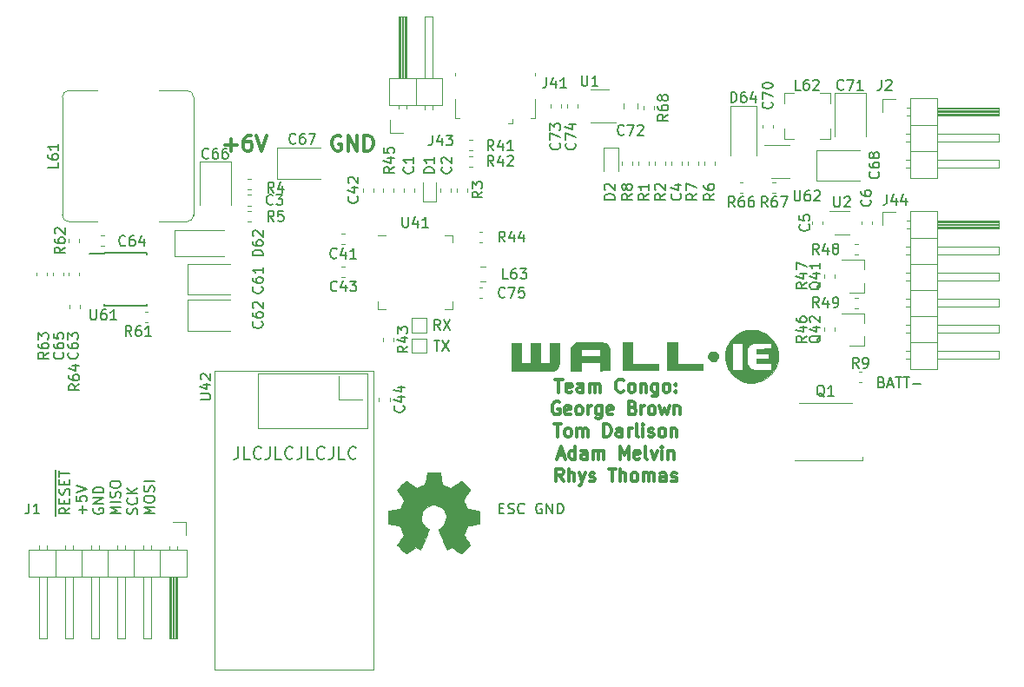
<source format=gbr>
G04 #@! TF.GenerationSoftware,KiCad,Pcbnew,5.1.2-f72e74a~84~ubuntu18.04.1*
G04 #@! TF.CreationDate,2019-05-12T20:09:00+01:00*
G04 #@! TF.ProjectId,cutoff-hardware,6375746f-6666-42d6-9861-726477617265,1.1*
G04 #@! TF.SameCoordinates,Original*
G04 #@! TF.FileFunction,Legend,Top*
G04 #@! TF.FilePolarity,Positive*
%FSLAX46Y46*%
G04 Gerber Fmt 4.6, Leading zero omitted, Abs format (unit mm)*
G04 Created by KiCad (PCBNEW 5.1.2-f72e74a~84~ubuntu18.04.1) date 2019-05-12 20:09:00*
%MOMM*%
%LPD*%
G04 APERTURE LIST*
%ADD10C,0.200000*%
%ADD11C,0.300000*%
%ADD12C,0.150000*%
%ADD13C,0.120000*%
%ADD14C,0.010000*%
G04 APERTURE END LIST*
D10*
X128957142Y-105842857D02*
X128957142Y-106700000D01*
X128900000Y-106871428D01*
X128785714Y-106985714D01*
X128614285Y-107042857D01*
X128500000Y-107042857D01*
X130100000Y-107042857D02*
X129528571Y-107042857D01*
X129528571Y-105842857D01*
X131185714Y-106928571D02*
X131128571Y-106985714D01*
X130957142Y-107042857D01*
X130842857Y-107042857D01*
X130671428Y-106985714D01*
X130557142Y-106871428D01*
X130500000Y-106757142D01*
X130442857Y-106528571D01*
X130442857Y-106357142D01*
X130500000Y-106128571D01*
X130557142Y-106014285D01*
X130671428Y-105900000D01*
X130842857Y-105842857D01*
X130957142Y-105842857D01*
X131128571Y-105900000D01*
X131185714Y-105957142D01*
X132042857Y-105842857D02*
X132042857Y-106700000D01*
X131985714Y-106871428D01*
X131871428Y-106985714D01*
X131700000Y-107042857D01*
X131585714Y-107042857D01*
X133185714Y-107042857D02*
X132614285Y-107042857D01*
X132614285Y-105842857D01*
X134271428Y-106928571D02*
X134214285Y-106985714D01*
X134042857Y-107042857D01*
X133928571Y-107042857D01*
X133757142Y-106985714D01*
X133642857Y-106871428D01*
X133585714Y-106757142D01*
X133528571Y-106528571D01*
X133528571Y-106357142D01*
X133585714Y-106128571D01*
X133642857Y-106014285D01*
X133757142Y-105900000D01*
X133928571Y-105842857D01*
X134042857Y-105842857D01*
X134214285Y-105900000D01*
X134271428Y-105957142D01*
X135128571Y-105842857D02*
X135128571Y-106700000D01*
X135071428Y-106871428D01*
X134957142Y-106985714D01*
X134785714Y-107042857D01*
X134671428Y-107042857D01*
X136271428Y-107042857D02*
X135700000Y-107042857D01*
X135700000Y-105842857D01*
X137357142Y-106928571D02*
X137300000Y-106985714D01*
X137128571Y-107042857D01*
X137014285Y-107042857D01*
X136842857Y-106985714D01*
X136728571Y-106871428D01*
X136671428Y-106757142D01*
X136614285Y-106528571D01*
X136614285Y-106357142D01*
X136671428Y-106128571D01*
X136728571Y-106014285D01*
X136842857Y-105900000D01*
X137014285Y-105842857D01*
X137128571Y-105842857D01*
X137300000Y-105900000D01*
X137357142Y-105957142D01*
X138214285Y-105842857D02*
X138214285Y-106700000D01*
X138157142Y-106871428D01*
X138042857Y-106985714D01*
X137871428Y-107042857D01*
X137757142Y-107042857D01*
X139357142Y-107042857D02*
X138785714Y-107042857D01*
X138785714Y-105842857D01*
X140442857Y-106928571D02*
X140385714Y-106985714D01*
X140214285Y-107042857D01*
X140100000Y-107042857D01*
X139928571Y-106985714D01*
X139814285Y-106871428D01*
X139757142Y-106757142D01*
X139700000Y-106528571D01*
X139700000Y-106357142D01*
X139757142Y-106128571D01*
X139814285Y-106014285D01*
X139928571Y-105900000D01*
X140100000Y-105842857D01*
X140214285Y-105842857D01*
X140385714Y-105900000D01*
X140442857Y-105957142D01*
D11*
X138957142Y-75550000D02*
X138814285Y-75478571D01*
X138600000Y-75478571D01*
X138385714Y-75550000D01*
X138242857Y-75692857D01*
X138171428Y-75835714D01*
X138100000Y-76121428D01*
X138100000Y-76335714D01*
X138171428Y-76621428D01*
X138242857Y-76764285D01*
X138385714Y-76907142D01*
X138600000Y-76978571D01*
X138742857Y-76978571D01*
X138957142Y-76907142D01*
X139028571Y-76835714D01*
X139028571Y-76335714D01*
X138742857Y-76335714D01*
X139671428Y-76978571D02*
X139671428Y-75478571D01*
X140528571Y-76978571D01*
X140528571Y-75478571D01*
X141242857Y-76978571D02*
X141242857Y-75478571D01*
X141600000Y-75478571D01*
X141814285Y-75550000D01*
X141957142Y-75692857D01*
X142028571Y-75835714D01*
X142100000Y-76121428D01*
X142100000Y-76335714D01*
X142028571Y-76621428D01*
X141957142Y-76764285D01*
X141814285Y-76907142D01*
X141600000Y-76978571D01*
X141242857Y-76978571D01*
X127671428Y-76407142D02*
X128814285Y-76407142D01*
X128242857Y-76978571D02*
X128242857Y-75835714D01*
X130171428Y-75478571D02*
X129885714Y-75478571D01*
X129742857Y-75550000D01*
X129671428Y-75621428D01*
X129528571Y-75835714D01*
X129457142Y-76121428D01*
X129457142Y-76692857D01*
X129528571Y-76835714D01*
X129600000Y-76907142D01*
X129742857Y-76978571D01*
X130028571Y-76978571D01*
X130171428Y-76907142D01*
X130242857Y-76835714D01*
X130314285Y-76692857D01*
X130314285Y-76335714D01*
X130242857Y-76192857D01*
X130171428Y-76121428D01*
X130028571Y-76050000D01*
X129742857Y-76050000D01*
X129600000Y-76121428D01*
X129528571Y-76192857D01*
X129457142Y-76335714D01*
X130742857Y-75478571D02*
X131242857Y-76978571D01*
X131742857Y-75478571D01*
D12*
X191661904Y-99528571D02*
X191804761Y-99576190D01*
X191852380Y-99623809D01*
X191900000Y-99719047D01*
X191900000Y-99861904D01*
X191852380Y-99957142D01*
X191804761Y-100004761D01*
X191709523Y-100052380D01*
X191328571Y-100052380D01*
X191328571Y-99052380D01*
X191661904Y-99052380D01*
X191757142Y-99100000D01*
X191804761Y-99147619D01*
X191852380Y-99242857D01*
X191852380Y-99338095D01*
X191804761Y-99433333D01*
X191757142Y-99480952D01*
X191661904Y-99528571D01*
X191328571Y-99528571D01*
X192280952Y-99766666D02*
X192757142Y-99766666D01*
X192185714Y-100052380D02*
X192519047Y-99052380D01*
X192852380Y-100052380D01*
X193042857Y-99052380D02*
X193614285Y-99052380D01*
X193328571Y-100052380D02*
X193328571Y-99052380D01*
X193804761Y-99052380D02*
X194376190Y-99052380D01*
X194090476Y-100052380D02*
X194090476Y-99052380D01*
X194709523Y-99671428D02*
X195471428Y-99671428D01*
X154404761Y-111828571D02*
X154738095Y-111828571D01*
X154880952Y-112352380D02*
X154404761Y-112352380D01*
X154404761Y-111352380D01*
X154880952Y-111352380D01*
X155261904Y-112304761D02*
X155404761Y-112352380D01*
X155642857Y-112352380D01*
X155738095Y-112304761D01*
X155785714Y-112257142D01*
X155833333Y-112161904D01*
X155833333Y-112066666D01*
X155785714Y-111971428D01*
X155738095Y-111923809D01*
X155642857Y-111876190D01*
X155452380Y-111828571D01*
X155357142Y-111780952D01*
X155309523Y-111733333D01*
X155261904Y-111638095D01*
X155261904Y-111542857D01*
X155309523Y-111447619D01*
X155357142Y-111400000D01*
X155452380Y-111352380D01*
X155690476Y-111352380D01*
X155833333Y-111400000D01*
X156833333Y-112257142D02*
X156785714Y-112304761D01*
X156642857Y-112352380D01*
X156547619Y-112352380D01*
X156404761Y-112304761D01*
X156309523Y-112209523D01*
X156261904Y-112114285D01*
X156214285Y-111923809D01*
X156214285Y-111780952D01*
X156261904Y-111590476D01*
X156309523Y-111495238D01*
X156404761Y-111400000D01*
X156547619Y-111352380D01*
X156642857Y-111352380D01*
X156785714Y-111400000D01*
X156833333Y-111447619D01*
X158547619Y-111400000D02*
X158452380Y-111352380D01*
X158309523Y-111352380D01*
X158166666Y-111400000D01*
X158071428Y-111495238D01*
X158023809Y-111590476D01*
X157976190Y-111780952D01*
X157976190Y-111923809D01*
X158023809Y-112114285D01*
X158071428Y-112209523D01*
X158166666Y-112304761D01*
X158309523Y-112352380D01*
X158404761Y-112352380D01*
X158547619Y-112304761D01*
X158595238Y-112257142D01*
X158595238Y-111923809D01*
X158404761Y-111923809D01*
X159023809Y-112352380D02*
X159023809Y-111352380D01*
X159595238Y-112352380D01*
X159595238Y-111352380D01*
X160071428Y-112352380D02*
X160071428Y-111352380D01*
X160309523Y-111352380D01*
X160452380Y-111400000D01*
X160547619Y-111495238D01*
X160595238Y-111590476D01*
X160642857Y-111780952D01*
X160642857Y-111923809D01*
X160595238Y-112114285D01*
X160547619Y-112209523D01*
X160452380Y-112304761D01*
X160309523Y-112352380D01*
X160071428Y-112352380D01*
X111160000Y-112602500D02*
X111160000Y-111602500D01*
X112527380Y-111792976D02*
X112051190Y-112126309D01*
X112527380Y-112364404D02*
X111527380Y-112364404D01*
X111527380Y-111983452D01*
X111575000Y-111888214D01*
X111622619Y-111840595D01*
X111717857Y-111792976D01*
X111860714Y-111792976D01*
X111955952Y-111840595D01*
X112003571Y-111888214D01*
X112051190Y-111983452D01*
X112051190Y-112364404D01*
X111160000Y-111602500D02*
X111160000Y-110697738D01*
X112003571Y-111364404D02*
X112003571Y-111031071D01*
X112527380Y-110888214D02*
X112527380Y-111364404D01*
X111527380Y-111364404D01*
X111527380Y-110888214D01*
X111160000Y-110697738D02*
X111160000Y-109745357D01*
X112479761Y-110507261D02*
X112527380Y-110364404D01*
X112527380Y-110126309D01*
X112479761Y-110031071D01*
X112432142Y-109983452D01*
X112336904Y-109935833D01*
X112241666Y-109935833D01*
X112146428Y-109983452D01*
X112098809Y-110031071D01*
X112051190Y-110126309D01*
X112003571Y-110316785D01*
X111955952Y-110412023D01*
X111908333Y-110459642D01*
X111813095Y-110507261D01*
X111717857Y-110507261D01*
X111622619Y-110459642D01*
X111575000Y-110412023D01*
X111527380Y-110316785D01*
X111527380Y-110078690D01*
X111575000Y-109935833D01*
X111160000Y-109745357D02*
X111160000Y-108840595D01*
X112003571Y-109507261D02*
X112003571Y-109173928D01*
X112527380Y-109031071D02*
X112527380Y-109507261D01*
X111527380Y-109507261D01*
X111527380Y-109031071D01*
X111160000Y-108840595D02*
X111160000Y-108078690D01*
X111527380Y-108745357D02*
X111527380Y-108173928D01*
X112527380Y-108459642D02*
X111527380Y-108459642D01*
X113796428Y-112364404D02*
X113796428Y-111602500D01*
X114177380Y-111983452D02*
X113415476Y-111983452D01*
X113177380Y-110650119D02*
X113177380Y-111126309D01*
X113653571Y-111173928D01*
X113605952Y-111126309D01*
X113558333Y-111031071D01*
X113558333Y-110792976D01*
X113605952Y-110697738D01*
X113653571Y-110650119D01*
X113748809Y-110602500D01*
X113986904Y-110602500D01*
X114082142Y-110650119D01*
X114129761Y-110697738D01*
X114177380Y-110792976D01*
X114177380Y-111031071D01*
X114129761Y-111126309D01*
X114082142Y-111173928D01*
X113177380Y-110316785D02*
X114177380Y-109983452D01*
X113177380Y-109650119D01*
X114875000Y-111840595D02*
X114827380Y-111935833D01*
X114827380Y-112078690D01*
X114875000Y-112221547D01*
X114970238Y-112316785D01*
X115065476Y-112364404D01*
X115255952Y-112412023D01*
X115398809Y-112412023D01*
X115589285Y-112364404D01*
X115684523Y-112316785D01*
X115779761Y-112221547D01*
X115827380Y-112078690D01*
X115827380Y-111983452D01*
X115779761Y-111840595D01*
X115732142Y-111792976D01*
X115398809Y-111792976D01*
X115398809Y-111983452D01*
X115827380Y-111364404D02*
X114827380Y-111364404D01*
X115827380Y-110792976D01*
X114827380Y-110792976D01*
X115827380Y-110316785D02*
X114827380Y-110316785D01*
X114827380Y-110078690D01*
X114875000Y-109935833D01*
X114970238Y-109840595D01*
X115065476Y-109792976D01*
X115255952Y-109745357D01*
X115398809Y-109745357D01*
X115589285Y-109792976D01*
X115684523Y-109840595D01*
X115779761Y-109935833D01*
X115827380Y-110078690D01*
X115827380Y-110316785D01*
X117477380Y-112364404D02*
X116477380Y-112364404D01*
X117191666Y-112031071D01*
X116477380Y-111697738D01*
X117477380Y-111697738D01*
X117477380Y-111221547D02*
X116477380Y-111221547D01*
X117429761Y-110792976D02*
X117477380Y-110650119D01*
X117477380Y-110412023D01*
X117429761Y-110316785D01*
X117382142Y-110269166D01*
X117286904Y-110221547D01*
X117191666Y-110221547D01*
X117096428Y-110269166D01*
X117048809Y-110316785D01*
X117001190Y-110412023D01*
X116953571Y-110602500D01*
X116905952Y-110697738D01*
X116858333Y-110745357D01*
X116763095Y-110792976D01*
X116667857Y-110792976D01*
X116572619Y-110745357D01*
X116525000Y-110697738D01*
X116477380Y-110602500D01*
X116477380Y-110364404D01*
X116525000Y-110221547D01*
X116477380Y-109602500D02*
X116477380Y-109412023D01*
X116525000Y-109316785D01*
X116620238Y-109221547D01*
X116810714Y-109173928D01*
X117144047Y-109173928D01*
X117334523Y-109221547D01*
X117429761Y-109316785D01*
X117477380Y-109412023D01*
X117477380Y-109602500D01*
X117429761Y-109697738D01*
X117334523Y-109792976D01*
X117144047Y-109840595D01*
X116810714Y-109840595D01*
X116620238Y-109792976D01*
X116525000Y-109697738D01*
X116477380Y-109602500D01*
X119079761Y-112412023D02*
X119127380Y-112269166D01*
X119127380Y-112031071D01*
X119079761Y-111935833D01*
X119032142Y-111888214D01*
X118936904Y-111840595D01*
X118841666Y-111840595D01*
X118746428Y-111888214D01*
X118698809Y-111935833D01*
X118651190Y-112031071D01*
X118603571Y-112221547D01*
X118555952Y-112316785D01*
X118508333Y-112364404D01*
X118413095Y-112412023D01*
X118317857Y-112412023D01*
X118222619Y-112364404D01*
X118175000Y-112316785D01*
X118127380Y-112221547D01*
X118127380Y-111983452D01*
X118175000Y-111840595D01*
X119032142Y-110840595D02*
X119079761Y-110888214D01*
X119127380Y-111031071D01*
X119127380Y-111126309D01*
X119079761Y-111269166D01*
X118984523Y-111364404D01*
X118889285Y-111412023D01*
X118698809Y-111459642D01*
X118555952Y-111459642D01*
X118365476Y-111412023D01*
X118270238Y-111364404D01*
X118175000Y-111269166D01*
X118127380Y-111126309D01*
X118127380Y-111031071D01*
X118175000Y-110888214D01*
X118222619Y-110840595D01*
X119127380Y-110412023D02*
X118127380Y-110412023D01*
X119127380Y-109840595D02*
X118555952Y-110269166D01*
X118127380Y-109840595D02*
X118698809Y-110412023D01*
X120777380Y-112364404D02*
X119777380Y-112364404D01*
X120491666Y-112031071D01*
X119777380Y-111697738D01*
X120777380Y-111697738D01*
X119777380Y-111031071D02*
X119777380Y-110840595D01*
X119825000Y-110745357D01*
X119920238Y-110650119D01*
X120110714Y-110602500D01*
X120444047Y-110602500D01*
X120634523Y-110650119D01*
X120729761Y-110745357D01*
X120777380Y-110840595D01*
X120777380Y-111031071D01*
X120729761Y-111126309D01*
X120634523Y-111221547D01*
X120444047Y-111269166D01*
X120110714Y-111269166D01*
X119920238Y-111221547D01*
X119825000Y-111126309D01*
X119777380Y-111031071D01*
X120729761Y-110221547D02*
X120777380Y-110078690D01*
X120777380Y-109840595D01*
X120729761Y-109745357D01*
X120682142Y-109697738D01*
X120586904Y-109650119D01*
X120491666Y-109650119D01*
X120396428Y-109697738D01*
X120348809Y-109745357D01*
X120301190Y-109840595D01*
X120253571Y-110031071D01*
X120205952Y-110126309D01*
X120158333Y-110173928D01*
X120063095Y-110221547D01*
X119967857Y-110221547D01*
X119872619Y-110173928D01*
X119825000Y-110126309D01*
X119777380Y-110031071D01*
X119777380Y-109792976D01*
X119825000Y-109650119D01*
X120777380Y-109221547D02*
X119777380Y-109221547D01*
D11*
X159847619Y-99265476D02*
X160561904Y-99265476D01*
X160204761Y-100515476D02*
X160204761Y-99265476D01*
X161454761Y-100455952D02*
X161335714Y-100515476D01*
X161097619Y-100515476D01*
X160978571Y-100455952D01*
X160919047Y-100336904D01*
X160919047Y-99860714D01*
X160978571Y-99741666D01*
X161097619Y-99682142D01*
X161335714Y-99682142D01*
X161454761Y-99741666D01*
X161514285Y-99860714D01*
X161514285Y-99979761D01*
X160919047Y-100098809D01*
X162585714Y-100515476D02*
X162585714Y-99860714D01*
X162526190Y-99741666D01*
X162407142Y-99682142D01*
X162169047Y-99682142D01*
X162050000Y-99741666D01*
X162585714Y-100455952D02*
X162466666Y-100515476D01*
X162169047Y-100515476D01*
X162050000Y-100455952D01*
X161990476Y-100336904D01*
X161990476Y-100217857D01*
X162050000Y-100098809D01*
X162169047Y-100039285D01*
X162466666Y-100039285D01*
X162585714Y-99979761D01*
X163180952Y-100515476D02*
X163180952Y-99682142D01*
X163180952Y-99801190D02*
X163240476Y-99741666D01*
X163359523Y-99682142D01*
X163538095Y-99682142D01*
X163657142Y-99741666D01*
X163716666Y-99860714D01*
X163716666Y-100515476D01*
X163716666Y-99860714D02*
X163776190Y-99741666D01*
X163895238Y-99682142D01*
X164073809Y-99682142D01*
X164192857Y-99741666D01*
X164252380Y-99860714D01*
X164252380Y-100515476D01*
X166514285Y-100396428D02*
X166454761Y-100455952D01*
X166276190Y-100515476D01*
X166157142Y-100515476D01*
X165978571Y-100455952D01*
X165859523Y-100336904D01*
X165800000Y-100217857D01*
X165740476Y-99979761D01*
X165740476Y-99801190D01*
X165800000Y-99563095D01*
X165859523Y-99444047D01*
X165978571Y-99325000D01*
X166157142Y-99265476D01*
X166276190Y-99265476D01*
X166454761Y-99325000D01*
X166514285Y-99384523D01*
X167228571Y-100515476D02*
X167109523Y-100455952D01*
X167050000Y-100396428D01*
X166990476Y-100277380D01*
X166990476Y-99920238D01*
X167050000Y-99801190D01*
X167109523Y-99741666D01*
X167228571Y-99682142D01*
X167407142Y-99682142D01*
X167526190Y-99741666D01*
X167585714Y-99801190D01*
X167645238Y-99920238D01*
X167645238Y-100277380D01*
X167585714Y-100396428D01*
X167526190Y-100455952D01*
X167407142Y-100515476D01*
X167228571Y-100515476D01*
X168180952Y-99682142D02*
X168180952Y-100515476D01*
X168180952Y-99801190D02*
X168240476Y-99741666D01*
X168359523Y-99682142D01*
X168538095Y-99682142D01*
X168657142Y-99741666D01*
X168716666Y-99860714D01*
X168716666Y-100515476D01*
X169847619Y-99682142D02*
X169847619Y-100694047D01*
X169788095Y-100813095D01*
X169728571Y-100872619D01*
X169609523Y-100932142D01*
X169430952Y-100932142D01*
X169311904Y-100872619D01*
X169847619Y-100455952D02*
X169728571Y-100515476D01*
X169490476Y-100515476D01*
X169371428Y-100455952D01*
X169311904Y-100396428D01*
X169252380Y-100277380D01*
X169252380Y-99920238D01*
X169311904Y-99801190D01*
X169371428Y-99741666D01*
X169490476Y-99682142D01*
X169728571Y-99682142D01*
X169847619Y-99741666D01*
X170621428Y-100515476D02*
X170502380Y-100455952D01*
X170442857Y-100396428D01*
X170383333Y-100277380D01*
X170383333Y-99920238D01*
X170442857Y-99801190D01*
X170502380Y-99741666D01*
X170621428Y-99682142D01*
X170800000Y-99682142D01*
X170919047Y-99741666D01*
X170978571Y-99801190D01*
X171038095Y-99920238D01*
X171038095Y-100277380D01*
X170978571Y-100396428D01*
X170919047Y-100455952D01*
X170800000Y-100515476D01*
X170621428Y-100515476D01*
X171573809Y-100396428D02*
X171633333Y-100455952D01*
X171573809Y-100515476D01*
X171514285Y-100455952D01*
X171573809Y-100396428D01*
X171573809Y-100515476D01*
X171573809Y-99741666D02*
X171633333Y-99801190D01*
X171573809Y-99860714D01*
X171514285Y-99801190D01*
X171573809Y-99741666D01*
X171573809Y-99860714D01*
X160264285Y-101500000D02*
X160145238Y-101440476D01*
X159966666Y-101440476D01*
X159788095Y-101500000D01*
X159669047Y-101619047D01*
X159609523Y-101738095D01*
X159550000Y-101976190D01*
X159550000Y-102154761D01*
X159609523Y-102392857D01*
X159669047Y-102511904D01*
X159788095Y-102630952D01*
X159966666Y-102690476D01*
X160085714Y-102690476D01*
X160264285Y-102630952D01*
X160323809Y-102571428D01*
X160323809Y-102154761D01*
X160085714Y-102154761D01*
X161335714Y-102630952D02*
X161216666Y-102690476D01*
X160978571Y-102690476D01*
X160859523Y-102630952D01*
X160800000Y-102511904D01*
X160800000Y-102035714D01*
X160859523Y-101916666D01*
X160978571Y-101857142D01*
X161216666Y-101857142D01*
X161335714Y-101916666D01*
X161395238Y-102035714D01*
X161395238Y-102154761D01*
X160800000Y-102273809D01*
X162109523Y-102690476D02*
X161990476Y-102630952D01*
X161930952Y-102571428D01*
X161871428Y-102452380D01*
X161871428Y-102095238D01*
X161930952Y-101976190D01*
X161990476Y-101916666D01*
X162109523Y-101857142D01*
X162288095Y-101857142D01*
X162407142Y-101916666D01*
X162466666Y-101976190D01*
X162526190Y-102095238D01*
X162526190Y-102452380D01*
X162466666Y-102571428D01*
X162407142Y-102630952D01*
X162288095Y-102690476D01*
X162109523Y-102690476D01*
X163061904Y-102690476D02*
X163061904Y-101857142D01*
X163061904Y-102095238D02*
X163121428Y-101976190D01*
X163180952Y-101916666D01*
X163300000Y-101857142D01*
X163419047Y-101857142D01*
X164371428Y-101857142D02*
X164371428Y-102869047D01*
X164311904Y-102988095D01*
X164252380Y-103047619D01*
X164133333Y-103107142D01*
X163954761Y-103107142D01*
X163835714Y-103047619D01*
X164371428Y-102630952D02*
X164252380Y-102690476D01*
X164014285Y-102690476D01*
X163895238Y-102630952D01*
X163835714Y-102571428D01*
X163776190Y-102452380D01*
X163776190Y-102095238D01*
X163835714Y-101976190D01*
X163895238Y-101916666D01*
X164014285Y-101857142D01*
X164252380Y-101857142D01*
X164371428Y-101916666D01*
X165442857Y-102630952D02*
X165323809Y-102690476D01*
X165085714Y-102690476D01*
X164966666Y-102630952D01*
X164907142Y-102511904D01*
X164907142Y-102035714D01*
X164966666Y-101916666D01*
X165085714Y-101857142D01*
X165323809Y-101857142D01*
X165442857Y-101916666D01*
X165502380Y-102035714D01*
X165502380Y-102154761D01*
X164907142Y-102273809D01*
X167407142Y-102035714D02*
X167585714Y-102095238D01*
X167645238Y-102154761D01*
X167704761Y-102273809D01*
X167704761Y-102452380D01*
X167645238Y-102571428D01*
X167585714Y-102630952D01*
X167466666Y-102690476D01*
X166990476Y-102690476D01*
X166990476Y-101440476D01*
X167407142Y-101440476D01*
X167526190Y-101500000D01*
X167585714Y-101559523D01*
X167645238Y-101678571D01*
X167645238Y-101797619D01*
X167585714Y-101916666D01*
X167526190Y-101976190D01*
X167407142Y-102035714D01*
X166990476Y-102035714D01*
X168240476Y-102690476D02*
X168240476Y-101857142D01*
X168240476Y-102095238D02*
X168300000Y-101976190D01*
X168359523Y-101916666D01*
X168478571Y-101857142D01*
X168597619Y-101857142D01*
X169192857Y-102690476D02*
X169073809Y-102630952D01*
X169014285Y-102571428D01*
X168954761Y-102452380D01*
X168954761Y-102095238D01*
X169014285Y-101976190D01*
X169073809Y-101916666D01*
X169192857Y-101857142D01*
X169371428Y-101857142D01*
X169490476Y-101916666D01*
X169550000Y-101976190D01*
X169609523Y-102095238D01*
X169609523Y-102452380D01*
X169550000Y-102571428D01*
X169490476Y-102630952D01*
X169371428Y-102690476D01*
X169192857Y-102690476D01*
X170026190Y-101857142D02*
X170264285Y-102690476D01*
X170502380Y-102095238D01*
X170740476Y-102690476D01*
X170978571Y-101857142D01*
X171454761Y-101857142D02*
X171454761Y-102690476D01*
X171454761Y-101976190D02*
X171514285Y-101916666D01*
X171633333Y-101857142D01*
X171811904Y-101857142D01*
X171930952Y-101916666D01*
X171990476Y-102035714D01*
X171990476Y-102690476D01*
X159728571Y-103615476D02*
X160442857Y-103615476D01*
X160085714Y-104865476D02*
X160085714Y-103615476D01*
X161038095Y-104865476D02*
X160919047Y-104805952D01*
X160859523Y-104746428D01*
X160800000Y-104627380D01*
X160800000Y-104270238D01*
X160859523Y-104151190D01*
X160919047Y-104091666D01*
X161038095Y-104032142D01*
X161216666Y-104032142D01*
X161335714Y-104091666D01*
X161395238Y-104151190D01*
X161454761Y-104270238D01*
X161454761Y-104627380D01*
X161395238Y-104746428D01*
X161335714Y-104805952D01*
X161216666Y-104865476D01*
X161038095Y-104865476D01*
X161990476Y-104865476D02*
X161990476Y-104032142D01*
X161990476Y-104151190D02*
X162050000Y-104091666D01*
X162169047Y-104032142D01*
X162347619Y-104032142D01*
X162466666Y-104091666D01*
X162526190Y-104210714D01*
X162526190Y-104865476D01*
X162526190Y-104210714D02*
X162585714Y-104091666D01*
X162704761Y-104032142D01*
X162883333Y-104032142D01*
X163002380Y-104091666D01*
X163061904Y-104210714D01*
X163061904Y-104865476D01*
X164609523Y-104865476D02*
X164609523Y-103615476D01*
X164907142Y-103615476D01*
X165085714Y-103675000D01*
X165204761Y-103794047D01*
X165264285Y-103913095D01*
X165323809Y-104151190D01*
X165323809Y-104329761D01*
X165264285Y-104567857D01*
X165204761Y-104686904D01*
X165085714Y-104805952D01*
X164907142Y-104865476D01*
X164609523Y-104865476D01*
X166395238Y-104865476D02*
X166395238Y-104210714D01*
X166335714Y-104091666D01*
X166216666Y-104032142D01*
X165978571Y-104032142D01*
X165859523Y-104091666D01*
X166395238Y-104805952D02*
X166276190Y-104865476D01*
X165978571Y-104865476D01*
X165859523Y-104805952D01*
X165800000Y-104686904D01*
X165800000Y-104567857D01*
X165859523Y-104448809D01*
X165978571Y-104389285D01*
X166276190Y-104389285D01*
X166395238Y-104329761D01*
X166990476Y-104865476D02*
X166990476Y-104032142D01*
X166990476Y-104270238D02*
X167050000Y-104151190D01*
X167109523Y-104091666D01*
X167228571Y-104032142D01*
X167347619Y-104032142D01*
X167942857Y-104865476D02*
X167823809Y-104805952D01*
X167764285Y-104686904D01*
X167764285Y-103615476D01*
X168419047Y-104865476D02*
X168419047Y-104032142D01*
X168419047Y-103615476D02*
X168359523Y-103675000D01*
X168419047Y-103734523D01*
X168478571Y-103675000D01*
X168419047Y-103615476D01*
X168419047Y-103734523D01*
X168954761Y-104805952D02*
X169073809Y-104865476D01*
X169311904Y-104865476D01*
X169430952Y-104805952D01*
X169490476Y-104686904D01*
X169490476Y-104627380D01*
X169430952Y-104508333D01*
X169311904Y-104448809D01*
X169133333Y-104448809D01*
X169014285Y-104389285D01*
X168954761Y-104270238D01*
X168954761Y-104210714D01*
X169014285Y-104091666D01*
X169133333Y-104032142D01*
X169311904Y-104032142D01*
X169430952Y-104091666D01*
X170204761Y-104865476D02*
X170085714Y-104805952D01*
X170026190Y-104746428D01*
X169966666Y-104627380D01*
X169966666Y-104270238D01*
X170026190Y-104151190D01*
X170085714Y-104091666D01*
X170204761Y-104032142D01*
X170383333Y-104032142D01*
X170502380Y-104091666D01*
X170561904Y-104151190D01*
X170621428Y-104270238D01*
X170621428Y-104627380D01*
X170561904Y-104746428D01*
X170502380Y-104805952D01*
X170383333Y-104865476D01*
X170204761Y-104865476D01*
X171157142Y-104032142D02*
X171157142Y-104865476D01*
X171157142Y-104151190D02*
X171216666Y-104091666D01*
X171335714Y-104032142D01*
X171514285Y-104032142D01*
X171633333Y-104091666D01*
X171692857Y-104210714D01*
X171692857Y-104865476D01*
X160145238Y-106683333D02*
X160740476Y-106683333D01*
X160026190Y-107040476D02*
X160442857Y-105790476D01*
X160859523Y-107040476D01*
X161811904Y-107040476D02*
X161811904Y-105790476D01*
X161811904Y-106980952D02*
X161692857Y-107040476D01*
X161454761Y-107040476D01*
X161335714Y-106980952D01*
X161276190Y-106921428D01*
X161216666Y-106802380D01*
X161216666Y-106445238D01*
X161276190Y-106326190D01*
X161335714Y-106266666D01*
X161454761Y-106207142D01*
X161692857Y-106207142D01*
X161811904Y-106266666D01*
X162942857Y-107040476D02*
X162942857Y-106385714D01*
X162883333Y-106266666D01*
X162764285Y-106207142D01*
X162526190Y-106207142D01*
X162407142Y-106266666D01*
X162942857Y-106980952D02*
X162823809Y-107040476D01*
X162526190Y-107040476D01*
X162407142Y-106980952D01*
X162347619Y-106861904D01*
X162347619Y-106742857D01*
X162407142Y-106623809D01*
X162526190Y-106564285D01*
X162823809Y-106564285D01*
X162942857Y-106504761D01*
X163538095Y-107040476D02*
X163538095Y-106207142D01*
X163538095Y-106326190D02*
X163597619Y-106266666D01*
X163716666Y-106207142D01*
X163895238Y-106207142D01*
X164014285Y-106266666D01*
X164073809Y-106385714D01*
X164073809Y-107040476D01*
X164073809Y-106385714D02*
X164133333Y-106266666D01*
X164252380Y-106207142D01*
X164430952Y-106207142D01*
X164550000Y-106266666D01*
X164609523Y-106385714D01*
X164609523Y-107040476D01*
X166157142Y-107040476D02*
X166157142Y-105790476D01*
X166573809Y-106683333D01*
X166990476Y-105790476D01*
X166990476Y-107040476D01*
X168061904Y-106980952D02*
X167942857Y-107040476D01*
X167704761Y-107040476D01*
X167585714Y-106980952D01*
X167526190Y-106861904D01*
X167526190Y-106385714D01*
X167585714Y-106266666D01*
X167704761Y-106207142D01*
X167942857Y-106207142D01*
X168061904Y-106266666D01*
X168121428Y-106385714D01*
X168121428Y-106504761D01*
X167526190Y-106623809D01*
X168835714Y-107040476D02*
X168716666Y-106980952D01*
X168657142Y-106861904D01*
X168657142Y-105790476D01*
X169192857Y-106207142D02*
X169490476Y-107040476D01*
X169788095Y-106207142D01*
X170264285Y-107040476D02*
X170264285Y-106207142D01*
X170264285Y-105790476D02*
X170204761Y-105850000D01*
X170264285Y-105909523D01*
X170323809Y-105850000D01*
X170264285Y-105790476D01*
X170264285Y-105909523D01*
X170859523Y-106207142D02*
X170859523Y-107040476D01*
X170859523Y-106326190D02*
X170919047Y-106266666D01*
X171038095Y-106207142D01*
X171216666Y-106207142D01*
X171335714Y-106266666D01*
X171395238Y-106385714D01*
X171395238Y-107040476D01*
X160651190Y-109215476D02*
X160234523Y-108620238D01*
X159936904Y-109215476D02*
X159936904Y-107965476D01*
X160413095Y-107965476D01*
X160532142Y-108025000D01*
X160591666Y-108084523D01*
X160651190Y-108203571D01*
X160651190Y-108382142D01*
X160591666Y-108501190D01*
X160532142Y-108560714D01*
X160413095Y-108620238D01*
X159936904Y-108620238D01*
X161186904Y-109215476D02*
X161186904Y-107965476D01*
X161722619Y-109215476D02*
X161722619Y-108560714D01*
X161663095Y-108441666D01*
X161544047Y-108382142D01*
X161365476Y-108382142D01*
X161246428Y-108441666D01*
X161186904Y-108501190D01*
X162198809Y-108382142D02*
X162496428Y-109215476D01*
X162794047Y-108382142D02*
X162496428Y-109215476D01*
X162377380Y-109513095D01*
X162317857Y-109572619D01*
X162198809Y-109632142D01*
X163210714Y-109155952D02*
X163329761Y-109215476D01*
X163567857Y-109215476D01*
X163686904Y-109155952D01*
X163746428Y-109036904D01*
X163746428Y-108977380D01*
X163686904Y-108858333D01*
X163567857Y-108798809D01*
X163389285Y-108798809D01*
X163270238Y-108739285D01*
X163210714Y-108620238D01*
X163210714Y-108560714D01*
X163270238Y-108441666D01*
X163389285Y-108382142D01*
X163567857Y-108382142D01*
X163686904Y-108441666D01*
X165055952Y-107965476D02*
X165770238Y-107965476D01*
X165413095Y-109215476D02*
X165413095Y-107965476D01*
X166186904Y-109215476D02*
X166186904Y-107965476D01*
X166722619Y-109215476D02*
X166722619Y-108560714D01*
X166663095Y-108441666D01*
X166544047Y-108382142D01*
X166365476Y-108382142D01*
X166246428Y-108441666D01*
X166186904Y-108501190D01*
X167496428Y-109215476D02*
X167377380Y-109155952D01*
X167317857Y-109096428D01*
X167258333Y-108977380D01*
X167258333Y-108620238D01*
X167317857Y-108501190D01*
X167377380Y-108441666D01*
X167496428Y-108382142D01*
X167675000Y-108382142D01*
X167794047Y-108441666D01*
X167853571Y-108501190D01*
X167913095Y-108620238D01*
X167913095Y-108977380D01*
X167853571Y-109096428D01*
X167794047Y-109155952D01*
X167675000Y-109215476D01*
X167496428Y-109215476D01*
X168448809Y-109215476D02*
X168448809Y-108382142D01*
X168448809Y-108501190D02*
X168508333Y-108441666D01*
X168627380Y-108382142D01*
X168805952Y-108382142D01*
X168925000Y-108441666D01*
X168984523Y-108560714D01*
X168984523Y-109215476D01*
X168984523Y-108560714D02*
X169044047Y-108441666D01*
X169163095Y-108382142D01*
X169341666Y-108382142D01*
X169460714Y-108441666D01*
X169520238Y-108560714D01*
X169520238Y-109215476D01*
X170651190Y-109215476D02*
X170651190Y-108560714D01*
X170591666Y-108441666D01*
X170472619Y-108382142D01*
X170234523Y-108382142D01*
X170115476Y-108441666D01*
X170651190Y-109155952D02*
X170532142Y-109215476D01*
X170234523Y-109215476D01*
X170115476Y-109155952D01*
X170055952Y-109036904D01*
X170055952Y-108917857D01*
X170115476Y-108798809D01*
X170234523Y-108739285D01*
X170532142Y-108739285D01*
X170651190Y-108679761D01*
X171186904Y-109155952D02*
X171305952Y-109215476D01*
X171544047Y-109215476D01*
X171663095Y-109155952D01*
X171722619Y-109036904D01*
X171722619Y-108977380D01*
X171663095Y-108858333D01*
X171544047Y-108798809D01*
X171365476Y-108798809D01*
X171246428Y-108739285D01*
X171186904Y-108620238D01*
X171186904Y-108560714D01*
X171246428Y-108441666D01*
X171365476Y-108382142D01*
X171544047Y-108382142D01*
X171663095Y-108441666D01*
D13*
X141524000Y-98730000D02*
X141524000Y-104064000D01*
X141524000Y-104064000D02*
X130856000Y-104064000D01*
X130856000Y-104064000D02*
X130856000Y-98730000D01*
X130856000Y-98730000D02*
X130856000Y-98730000D01*
X141016000Y-101270000D02*
X138730000Y-101270000D01*
X138730000Y-101270000D02*
X138730000Y-98984000D01*
X138730000Y-98984000D02*
X138730000Y-98984000D01*
X142100000Y-98400000D02*
X142100000Y-127600000D01*
X142100000Y-127600000D02*
X126650000Y-127600000D01*
X126650000Y-127600000D02*
X126650000Y-98400000D01*
X126650000Y-98400000D02*
X142100000Y-98400000D01*
X142100000Y-98400000D02*
X142100000Y-98400000D01*
X130856000Y-98730000D02*
X141524000Y-98730000D01*
X141524000Y-98730000D02*
X141524000Y-98730000D01*
X122750000Y-87250000D02*
X127600000Y-87250000D01*
X122750000Y-84750000D02*
X127600000Y-84750000D01*
X122750000Y-84750000D02*
X122750000Y-87250000D01*
X176950000Y-72600000D02*
X176950000Y-77450000D01*
X179450000Y-72600000D02*
X179450000Y-77450000D01*
X179450000Y-72600000D02*
X176950000Y-72600000D01*
X153058578Y-89710000D02*
X152541422Y-89710000D01*
X153058578Y-88290000D02*
X152541422Y-88290000D01*
X166035000Y-79000000D02*
X166035000Y-76715000D01*
X166035000Y-76715000D02*
X164565000Y-76715000D01*
X164565000Y-76715000D02*
X164565000Y-79000000D01*
D12*
X115875000Y-86925000D02*
X115875000Y-86975000D01*
X120025000Y-86925000D02*
X120025000Y-87070000D01*
X120025000Y-92075000D02*
X120025000Y-91930000D01*
X115875000Y-92075000D02*
X115875000Y-91930000D01*
X115875000Y-86925000D02*
X120025000Y-86925000D01*
X115875000Y-92075000D02*
X120025000Y-92075000D01*
X115875000Y-86975000D02*
X114475000Y-86975000D01*
D13*
X145090000Y-80962779D02*
X145090000Y-80637221D01*
X146110000Y-80962779D02*
X146110000Y-80637221D01*
X111800000Y-83250000D02*
X111800000Y-71750000D01*
X112450000Y-83900000D02*
X115200000Y-83900000D01*
X124600000Y-71750000D02*
X124600000Y-83250000D01*
X112450000Y-71100000D02*
X115200000Y-71100000D01*
X121200000Y-83900000D02*
X123950000Y-83900000D01*
X121200000Y-71100000D02*
X123950000Y-71100000D01*
X112450000Y-83900000D02*
G75*
G02X111800000Y-83250000I0J650000D01*
G01*
X124600000Y-83250000D02*
G75*
G02X123950000Y-83900000I-650000J0D01*
G01*
X123950000Y-71100000D02*
G75*
G02X124600000Y-71750000I0J-650000D01*
G01*
X111800000Y-71750000D02*
G75*
G02X112450000Y-71100000I650000J0D01*
G01*
X148690000Y-80962779D02*
X148690000Y-80637221D01*
X149710000Y-80962779D02*
X149710000Y-80637221D01*
X129837221Y-82310000D02*
X130162779Y-82310000D01*
X129837221Y-81290000D02*
X130162779Y-81290000D01*
X171190000Y-78362779D02*
X171190000Y-78037221D01*
X172210000Y-78362779D02*
X172210000Y-78037221D01*
X185910000Y-83837221D02*
X185910000Y-84162779D01*
X184890000Y-83837221D02*
X184890000Y-84162779D01*
X190710000Y-84162779D02*
X190710000Y-83837221D01*
X189690000Y-84162779D02*
X189690000Y-83837221D01*
X139362779Y-86110000D02*
X139037221Y-86110000D01*
X139362779Y-85090000D02*
X139037221Y-85090000D01*
X141090000Y-80962779D02*
X141090000Y-80637221D01*
X142110000Y-80962779D02*
X142110000Y-80637221D01*
X139375279Y-89310000D02*
X139049721Y-89310000D01*
X139375279Y-88290000D02*
X139049721Y-88290000D01*
X143710000Y-101362779D02*
X143710000Y-101037221D01*
X142690000Y-101362779D02*
X142690000Y-101037221D01*
X128200000Y-87990000D02*
X123990000Y-87990000D01*
X123990000Y-87990000D02*
X123990000Y-91010000D01*
X123990000Y-91010000D02*
X128200000Y-91010000D01*
X123990000Y-94510000D02*
X128200000Y-94510000D01*
X123990000Y-91490000D02*
X123990000Y-94510000D01*
X128200000Y-91490000D02*
X123990000Y-91490000D01*
X112440000Y-88837221D02*
X112440000Y-89162779D01*
X113460000Y-88837221D02*
X113460000Y-89162779D01*
X115537221Y-86260000D02*
X115862779Y-86260000D01*
X115537221Y-85240000D02*
X115862779Y-85240000D01*
X110890000Y-88837221D02*
X110890000Y-89162779D01*
X111910000Y-88837221D02*
X111910000Y-89162779D01*
X189550000Y-76890000D02*
X185340000Y-76890000D01*
X185340000Y-76890000D02*
X185340000Y-79910000D01*
X185340000Y-79910000D02*
X189550000Y-79910000D01*
X181110000Y-74762779D02*
X181110000Y-74437221D01*
X180090000Y-74762779D02*
X180090000Y-74437221D01*
X166490000Y-72858578D02*
X166490000Y-72341422D01*
X167910000Y-72858578D02*
X167910000Y-72341422D01*
X159390000Y-72762779D02*
X159390000Y-72437221D01*
X160410000Y-72762779D02*
X160410000Y-72437221D01*
X162010000Y-72762779D02*
X162010000Y-72437221D01*
X160990000Y-72762779D02*
X160990000Y-72437221D01*
X152437221Y-90290000D02*
X152762779Y-90290000D01*
X152437221Y-91310000D02*
X152762779Y-91310000D01*
X194440000Y-71870000D02*
X194440000Y-79610000D01*
X194440000Y-79610000D02*
X197100000Y-79610000D01*
X197100000Y-79610000D02*
X197100000Y-71870000D01*
X197100000Y-71870000D02*
X194440000Y-71870000D01*
X197100000Y-72820000D02*
X203100000Y-72820000D01*
X203100000Y-72820000D02*
X203100000Y-73580000D01*
X203100000Y-73580000D02*
X197100000Y-73580000D01*
X197100000Y-72880000D02*
X203100000Y-72880000D01*
X197100000Y-73000000D02*
X203100000Y-73000000D01*
X197100000Y-73120000D02*
X203100000Y-73120000D01*
X197100000Y-73240000D02*
X203100000Y-73240000D01*
X197100000Y-73360000D02*
X203100000Y-73360000D01*
X197100000Y-73480000D02*
X203100000Y-73480000D01*
X194110000Y-72820000D02*
X194440000Y-72820000D01*
X194110000Y-73580000D02*
X194440000Y-73580000D01*
X194440000Y-74470000D02*
X197100000Y-74470000D01*
X197100000Y-75360000D02*
X203100000Y-75360000D01*
X203100000Y-75360000D02*
X203100000Y-76120000D01*
X203100000Y-76120000D02*
X197100000Y-76120000D01*
X194042929Y-75360000D02*
X194440000Y-75360000D01*
X194042929Y-76120000D02*
X194440000Y-76120000D01*
X194440000Y-77010000D02*
X197100000Y-77010000D01*
X197100000Y-77900000D02*
X203100000Y-77900000D01*
X203100000Y-77900000D02*
X203100000Y-78660000D01*
X203100000Y-78660000D02*
X197100000Y-78660000D01*
X194042929Y-77900000D02*
X194440000Y-77900000D01*
X194042929Y-78660000D02*
X194440000Y-78660000D01*
X191730000Y-73200000D02*
X191730000Y-71930000D01*
X191730000Y-71930000D02*
X193000000Y-71930000D01*
X157900000Y-73762500D02*
X157450000Y-73762500D01*
X157900000Y-71912500D02*
X157900000Y-73762500D01*
X150100000Y-69362500D02*
X150100000Y-69612500D01*
X157900000Y-69362500D02*
X157900000Y-69612500D01*
X150100000Y-71912500D02*
X150100000Y-73762500D01*
X150100000Y-73762500D02*
X150550000Y-73762500D01*
X155700000Y-74312500D02*
X155250000Y-74312500D01*
X155700000Y-74312500D02*
X155700000Y-73862500D01*
X143670000Y-72560000D02*
X148870000Y-72560000D01*
X148870000Y-72560000D02*
X148870000Y-69900000D01*
X148870000Y-69900000D02*
X143670000Y-69900000D01*
X143670000Y-69900000D02*
X143670000Y-72560000D01*
X144620000Y-69900000D02*
X144620000Y-63900000D01*
X144620000Y-63900000D02*
X145380000Y-63900000D01*
X145380000Y-63900000D02*
X145380000Y-69900000D01*
X144680000Y-69900000D02*
X144680000Y-63900000D01*
X144800000Y-69900000D02*
X144800000Y-63900000D01*
X144920000Y-69900000D02*
X144920000Y-63900000D01*
X145040000Y-69900000D02*
X145040000Y-63900000D01*
X145160000Y-69900000D02*
X145160000Y-63900000D01*
X145280000Y-69900000D02*
X145280000Y-63900000D01*
X144620000Y-72890000D02*
X144620000Y-72560000D01*
X145380000Y-72890000D02*
X145380000Y-72560000D01*
X146270000Y-72560000D02*
X146270000Y-69900000D01*
X147160000Y-69900000D02*
X147160000Y-63900000D01*
X147160000Y-63900000D02*
X147920000Y-63900000D01*
X147920000Y-63900000D02*
X147920000Y-69900000D01*
X147160000Y-72957071D02*
X147160000Y-72560000D01*
X147920000Y-72957071D02*
X147920000Y-72560000D01*
X145000000Y-75270000D02*
X143730000Y-75270000D01*
X143730000Y-75270000D02*
X143730000Y-74000000D01*
X182150000Y-71350000D02*
X182150000Y-72350000D01*
X182150000Y-71350000D02*
X183150000Y-71350000D01*
X186650000Y-71350000D02*
X185650000Y-71350000D01*
X186650000Y-71350000D02*
X186650000Y-72350000D01*
X186650000Y-75850000D02*
X186650000Y-74850000D01*
X182150000Y-75850000D02*
X182150000Y-74850000D01*
X186650000Y-75850000D02*
X185650000Y-75850000D01*
X182150000Y-75850000D02*
X183150000Y-75850000D01*
X189800000Y-107200000D02*
X189800000Y-106800000D01*
X183200000Y-107200000D02*
X189800000Y-107200000D01*
X183600000Y-101600000D02*
X188800000Y-101600000D01*
X189960000Y-90780000D02*
X188500000Y-90780000D01*
X189960000Y-87620000D02*
X187800000Y-87620000D01*
X189960000Y-87620000D02*
X189960000Y-88550000D01*
X189960000Y-90780000D02*
X189960000Y-89850000D01*
X189960000Y-95980000D02*
X189960000Y-95050000D01*
X189960000Y-92820000D02*
X189960000Y-93750000D01*
X189960000Y-92820000D02*
X187800000Y-92820000D01*
X189960000Y-95980000D02*
X188500000Y-95980000D01*
X169010000Y-78037221D02*
X169010000Y-78362779D01*
X167990000Y-78037221D02*
X167990000Y-78362779D01*
X169590000Y-78362779D02*
X169590000Y-78037221D01*
X170610000Y-78362779D02*
X170610000Y-78037221D01*
X151310000Y-80962779D02*
X151310000Y-80637221D01*
X150290000Y-80962779D02*
X150290000Y-80637221D01*
X130162779Y-79690000D02*
X129837221Y-79690000D01*
X130162779Y-80710000D02*
X129837221Y-80710000D01*
X129837221Y-83910000D02*
X130162779Y-83910000D01*
X129837221Y-82890000D02*
X130162779Y-82890000D01*
X175410000Y-78037221D02*
X175410000Y-78362779D01*
X174390000Y-78037221D02*
X174390000Y-78362779D01*
X172790000Y-78362779D02*
X172790000Y-78037221D01*
X173810000Y-78362779D02*
X173810000Y-78037221D01*
X189437221Y-99510000D02*
X189762779Y-99510000D01*
X189437221Y-98490000D02*
X189762779Y-98490000D01*
X151437221Y-75890000D02*
X151762779Y-75890000D01*
X151437221Y-76910000D02*
X151762779Y-76910000D01*
X151437221Y-78510000D02*
X151762779Y-78510000D01*
X151437221Y-77490000D02*
X151762779Y-77490000D01*
X144110000Y-95237221D02*
X144110000Y-95562779D01*
X143090000Y-95237221D02*
X143090000Y-95562779D01*
X152762779Y-85910000D02*
X152437221Y-85910000D01*
X152762779Y-84890000D02*
X152437221Y-84890000D01*
X144110000Y-80637221D02*
X144110000Y-80962779D01*
X143090000Y-80637221D02*
X143090000Y-80962779D01*
X186090000Y-94237221D02*
X186090000Y-94562779D01*
X187110000Y-94237221D02*
X187110000Y-94562779D01*
X186090000Y-89037221D02*
X186090000Y-89362779D01*
X187110000Y-89037221D02*
X187110000Y-89362779D01*
X189049721Y-87110000D02*
X189375279Y-87110000D01*
X189049721Y-86090000D02*
X189375279Y-86090000D01*
X189037221Y-91290000D02*
X189362779Y-91290000D01*
X189037221Y-92310000D02*
X189362779Y-92310000D01*
X120162779Y-92690000D02*
X119837221Y-92690000D01*
X120162779Y-93710000D02*
X119837221Y-93710000D01*
X113460000Y-85587221D02*
X113460000Y-85912779D01*
X112440000Y-85587221D02*
X112440000Y-85912779D01*
X110310000Y-88837221D02*
X110310000Y-89162779D01*
X109290000Y-88837221D02*
X109290000Y-89162779D01*
X112490000Y-92037221D02*
X112490000Y-92362779D01*
X113510000Y-92037221D02*
X113510000Y-92362779D01*
X177837221Y-81110000D02*
X178162779Y-81110000D01*
X177837221Y-80090000D02*
X178162779Y-80090000D01*
X181037221Y-80090000D02*
X181362779Y-80090000D01*
X181037221Y-81110000D02*
X181362779Y-81110000D01*
X169510000Y-72962779D02*
X169510000Y-72637221D01*
X168490000Y-72962779D02*
X168490000Y-72637221D01*
X165100000Y-70990000D02*
X163300000Y-70990000D01*
X163300000Y-74210000D02*
X165750000Y-74210000D01*
X188500000Y-82840000D02*
X186600000Y-82840000D01*
X187100000Y-85160000D02*
X188500000Y-85160000D01*
X149085000Y-85190000D02*
X149810000Y-85190000D01*
X149810000Y-85190000D02*
X149810000Y-85915000D01*
X143315000Y-92410000D02*
X142590000Y-92410000D01*
X142590000Y-92410000D02*
X142590000Y-91685000D01*
X149085000Y-92410000D02*
X149810000Y-92410000D01*
X149810000Y-92410000D02*
X149810000Y-91685000D01*
X143315000Y-85190000D02*
X142590000Y-85190000D01*
X180900000Y-79610000D02*
X182700000Y-79610000D01*
X182700000Y-76390000D02*
X180250000Y-76390000D01*
X145900000Y-94700000D02*
X145900000Y-93300000D01*
X147300000Y-94700000D02*
X145900000Y-94700000D01*
X147300000Y-93300000D02*
X147300000Y-94700000D01*
X145900000Y-93300000D02*
X147300000Y-93300000D01*
X145900000Y-95300000D02*
X147300000Y-95300000D01*
X147300000Y-95300000D02*
X147300000Y-96700000D01*
X147300000Y-96700000D02*
X145900000Y-96700000D01*
X145900000Y-96700000D02*
X145900000Y-95300000D01*
X194440000Y-82870000D02*
X194440000Y-98230000D01*
X194440000Y-98230000D02*
X197100000Y-98230000D01*
X197100000Y-98230000D02*
X197100000Y-82870000D01*
X197100000Y-82870000D02*
X194440000Y-82870000D01*
X197100000Y-83820000D02*
X203100000Y-83820000D01*
X203100000Y-83820000D02*
X203100000Y-84580000D01*
X203100000Y-84580000D02*
X197100000Y-84580000D01*
X197100000Y-83880000D02*
X203100000Y-83880000D01*
X197100000Y-84000000D02*
X203100000Y-84000000D01*
X197100000Y-84120000D02*
X203100000Y-84120000D01*
X197100000Y-84240000D02*
X203100000Y-84240000D01*
X197100000Y-84360000D02*
X203100000Y-84360000D01*
X197100000Y-84480000D02*
X203100000Y-84480000D01*
X194110000Y-83820000D02*
X194440000Y-83820000D01*
X194110000Y-84580000D02*
X194440000Y-84580000D01*
X194440000Y-85470000D02*
X197100000Y-85470000D01*
X197100000Y-86360000D02*
X203100000Y-86360000D01*
X203100000Y-86360000D02*
X203100000Y-87120000D01*
X203100000Y-87120000D02*
X197100000Y-87120000D01*
X194042929Y-86360000D02*
X194440000Y-86360000D01*
X194042929Y-87120000D02*
X194440000Y-87120000D01*
X194440000Y-88010000D02*
X197100000Y-88010000D01*
X197100000Y-88900000D02*
X203100000Y-88900000D01*
X203100000Y-88900000D02*
X203100000Y-89660000D01*
X203100000Y-89660000D02*
X197100000Y-89660000D01*
X194042929Y-88900000D02*
X194440000Y-88900000D01*
X194042929Y-89660000D02*
X194440000Y-89660000D01*
X194440000Y-90550000D02*
X197100000Y-90550000D01*
X197100000Y-91440000D02*
X203100000Y-91440000D01*
X203100000Y-91440000D02*
X203100000Y-92200000D01*
X203100000Y-92200000D02*
X197100000Y-92200000D01*
X194042929Y-91440000D02*
X194440000Y-91440000D01*
X194042929Y-92200000D02*
X194440000Y-92200000D01*
X194440000Y-93090000D02*
X197100000Y-93090000D01*
X197100000Y-93980000D02*
X203100000Y-93980000D01*
X203100000Y-93980000D02*
X203100000Y-94740000D01*
X203100000Y-94740000D02*
X197100000Y-94740000D01*
X194042929Y-93980000D02*
X194440000Y-93980000D01*
X194042929Y-94740000D02*
X194440000Y-94740000D01*
X194440000Y-95630000D02*
X197100000Y-95630000D01*
X197100000Y-96520000D02*
X203100000Y-96520000D01*
X203100000Y-96520000D02*
X203100000Y-97280000D01*
X203100000Y-97280000D02*
X197100000Y-97280000D01*
X194042929Y-96520000D02*
X194440000Y-96520000D01*
X194042929Y-97280000D02*
X194440000Y-97280000D01*
X191730000Y-84200000D02*
X191730000Y-82930000D01*
X191730000Y-82930000D02*
X193000000Y-82930000D01*
X147000000Y-81950000D02*
X148200000Y-81950000D01*
X147000000Y-80100000D02*
X147000000Y-81950000D01*
X148200000Y-80100000D02*
X148200000Y-81950000D01*
X123930000Y-115840000D02*
X108570000Y-115840000D01*
X108570000Y-115840000D02*
X108570000Y-118500000D01*
X108570000Y-118500000D02*
X123930000Y-118500000D01*
X123930000Y-118500000D02*
X123930000Y-115840000D01*
X122980000Y-118500000D02*
X122980000Y-124500000D01*
X122980000Y-124500000D02*
X122220000Y-124500000D01*
X122220000Y-124500000D02*
X122220000Y-118500000D01*
X122920000Y-118500000D02*
X122920000Y-124500000D01*
X122800000Y-118500000D02*
X122800000Y-124500000D01*
X122680000Y-118500000D02*
X122680000Y-124500000D01*
X122560000Y-118500000D02*
X122560000Y-124500000D01*
X122440000Y-118500000D02*
X122440000Y-124500000D01*
X122320000Y-118500000D02*
X122320000Y-124500000D01*
X122980000Y-115510000D02*
X122980000Y-115840000D01*
X122220000Y-115510000D02*
X122220000Y-115840000D01*
X121330000Y-115840000D02*
X121330000Y-118500000D01*
X120440000Y-118500000D02*
X120440000Y-124500000D01*
X120440000Y-124500000D02*
X119680000Y-124500000D01*
X119680000Y-124500000D02*
X119680000Y-118500000D01*
X120440000Y-115442929D02*
X120440000Y-115840000D01*
X119680000Y-115442929D02*
X119680000Y-115840000D01*
X118790000Y-115840000D02*
X118790000Y-118500000D01*
X117900000Y-118500000D02*
X117900000Y-124500000D01*
X117900000Y-124500000D02*
X117140000Y-124500000D01*
X117140000Y-124500000D02*
X117140000Y-118500000D01*
X117900000Y-115442929D02*
X117900000Y-115840000D01*
X117140000Y-115442929D02*
X117140000Y-115840000D01*
X116250000Y-115840000D02*
X116250000Y-118500000D01*
X115360000Y-118500000D02*
X115360000Y-124500000D01*
X115360000Y-124500000D02*
X114600000Y-124500000D01*
X114600000Y-124500000D02*
X114600000Y-118500000D01*
X115360000Y-115442929D02*
X115360000Y-115840000D01*
X114600000Y-115442929D02*
X114600000Y-115840000D01*
X113710000Y-115840000D02*
X113710000Y-118500000D01*
X112820000Y-118500000D02*
X112820000Y-124500000D01*
X112820000Y-124500000D02*
X112060000Y-124500000D01*
X112060000Y-124500000D02*
X112060000Y-118500000D01*
X112820000Y-115442929D02*
X112820000Y-115840000D01*
X112060000Y-115442929D02*
X112060000Y-115840000D01*
X111170000Y-115840000D02*
X111170000Y-118500000D01*
X110280000Y-118500000D02*
X110280000Y-124500000D01*
X110280000Y-124500000D02*
X109520000Y-124500000D01*
X109520000Y-124500000D02*
X109520000Y-118500000D01*
X110280000Y-115442929D02*
X110280000Y-115840000D01*
X109520000Y-115442929D02*
X109520000Y-115840000D01*
X122600000Y-113130000D02*
X123870000Y-113130000D01*
X123870000Y-113130000D02*
X123870000Y-114400000D01*
D14*
G36*
X175396845Y-96552642D02*
G01*
X175517036Y-96603602D01*
X175615138Y-96681264D01*
X175688796Y-96779681D01*
X175735656Y-96892903D01*
X175753366Y-97014982D01*
X175739572Y-97139969D01*
X175691920Y-97261916D01*
X175608055Y-97374875D01*
X175594761Y-97388210D01*
X175483312Y-97468158D01*
X175354016Y-97513432D01*
X175216319Y-97521719D01*
X175120322Y-97504371D01*
X175055337Y-97477864D01*
X174985164Y-97438220D01*
X174969227Y-97427325D01*
X174866915Y-97331426D01*
X174799645Y-97220950D01*
X174765475Y-97101921D01*
X174762466Y-96980363D01*
X174788675Y-96862301D01*
X174842163Y-96753759D01*
X174920988Y-96660762D01*
X175023209Y-96589332D01*
X175146887Y-96545496D01*
X175256917Y-96534334D01*
X175396845Y-96552642D01*
X175396845Y-96552642D01*
G37*
X175396845Y-96552642D02*
X175517036Y-96603602D01*
X175615138Y-96681264D01*
X175688796Y-96779681D01*
X175735656Y-96892903D01*
X175753366Y-97014982D01*
X175739572Y-97139969D01*
X175691920Y-97261916D01*
X175608055Y-97374875D01*
X175594761Y-97388210D01*
X175483312Y-97468158D01*
X175354016Y-97513432D01*
X175216319Y-97521719D01*
X175120322Y-97504371D01*
X175055337Y-97477864D01*
X174985164Y-97438220D01*
X174969227Y-97427325D01*
X174866915Y-97331426D01*
X174799645Y-97220950D01*
X174765475Y-97101921D01*
X174762466Y-96980363D01*
X174788675Y-96862301D01*
X174842163Y-96753759D01*
X174920988Y-96660762D01*
X175023209Y-96589332D01*
X175146887Y-96545496D01*
X175256917Y-96534334D01*
X175396845Y-96552642D01*
G36*
X171732667Y-97740834D02*
G01*
X174251500Y-97740834D01*
X174251500Y-98375834D01*
X170780167Y-98375834D01*
X170780167Y-95645334D01*
X171732667Y-95645334D01*
X171732667Y-97740834D01*
X171732667Y-97740834D01*
G37*
X171732667Y-97740834D02*
X174251500Y-97740834D01*
X174251500Y-98375834D01*
X170780167Y-98375834D01*
X170780167Y-95645334D01*
X171732667Y-95645334D01*
X171732667Y-97740834D01*
G36*
X167367241Y-96698375D02*
G01*
X167372732Y-97740834D01*
X169891167Y-97740834D01*
X169891167Y-98375834D01*
X168154836Y-98375834D01*
X167830620Y-98375710D01*
X167546465Y-98375315D01*
X167300097Y-98374615D01*
X167089245Y-98373575D01*
X166911635Y-98372161D01*
X166764996Y-98370338D01*
X166647054Y-98368073D01*
X166555537Y-98365330D01*
X166488173Y-98362075D01*
X166442689Y-98358274D01*
X166416812Y-98353892D01*
X166408391Y-98349375D01*
X166406703Y-98324076D01*
X166405274Y-98260108D01*
X166404116Y-98161139D01*
X166403243Y-98030833D01*
X166402666Y-97872855D01*
X166402398Y-97690871D01*
X166402451Y-97488545D01*
X166402838Y-97269544D01*
X166403572Y-97037531D01*
X166403764Y-96989417D01*
X166409250Y-95655917D01*
X167361750Y-95655917D01*
X167367241Y-96698375D01*
X167367241Y-96698375D01*
G37*
X167367241Y-96698375D02*
X167372732Y-97740834D01*
X169891167Y-97740834D01*
X169891167Y-98375834D01*
X168154836Y-98375834D01*
X167830620Y-98375710D01*
X167546465Y-98375315D01*
X167300097Y-98374615D01*
X167089245Y-98373575D01*
X166911635Y-98372161D01*
X166764996Y-98370338D01*
X166647054Y-98368073D01*
X166555537Y-98365330D01*
X166488173Y-98362075D01*
X166442689Y-98358274D01*
X166416812Y-98353892D01*
X166408391Y-98349375D01*
X166406703Y-98324076D01*
X166405274Y-98260108D01*
X166404116Y-98161139D01*
X166403243Y-98030833D01*
X166402666Y-97872855D01*
X166402398Y-97690871D01*
X166402451Y-97488545D01*
X166402838Y-97269544D01*
X166403572Y-97037531D01*
X166403764Y-96989417D01*
X166409250Y-95655917D01*
X167361750Y-95655917D01*
X167367241Y-96698375D01*
G36*
X164066331Y-95669463D02*
G01*
X164200405Y-95670617D01*
X164309276Y-95672519D01*
X164396368Y-95675237D01*
X164465107Y-95678837D01*
X164518917Y-95683387D01*
X164561226Y-95688953D01*
X164595458Y-95695603D01*
X164606482Y-95698280D01*
X164765784Y-95756395D01*
X164898321Y-95844107D01*
X165008122Y-95964824D01*
X165093990Y-96111000D01*
X165160417Y-96248584D01*
X165160417Y-98386417D01*
X164689459Y-98392113D01*
X164218500Y-98397810D01*
X164218500Y-97592667D01*
X162377000Y-97592667D01*
X162377000Y-98397000D01*
X161380717Y-98397000D01*
X161386733Y-97301625D01*
X161392226Y-96301500D01*
X162377000Y-96301500D01*
X162377000Y-97000000D01*
X164218500Y-97000000D01*
X164218500Y-96301500D01*
X162377000Y-96301500D01*
X161392226Y-96301500D01*
X161392750Y-96206250D01*
X161451392Y-96086838D01*
X161539064Y-95952918D01*
X161659191Y-95835501D01*
X161802618Y-95743293D01*
X161822960Y-95733395D01*
X161943084Y-95677084D01*
X163209482Y-95671001D01*
X163478628Y-95669828D01*
X163708867Y-95669136D01*
X163903626Y-95668992D01*
X164066331Y-95669463D01*
X164066331Y-95669463D01*
G37*
X164066331Y-95669463D02*
X164200405Y-95670617D01*
X164309276Y-95672519D01*
X164396368Y-95675237D01*
X164465107Y-95678837D01*
X164518917Y-95683387D01*
X164561226Y-95688953D01*
X164595458Y-95695603D01*
X164606482Y-95698280D01*
X164765784Y-95756395D01*
X164898321Y-95844107D01*
X165008122Y-95964824D01*
X165093990Y-96111000D01*
X165160417Y-96248584D01*
X165160417Y-98386417D01*
X164689459Y-98392113D01*
X164218500Y-98397810D01*
X164218500Y-97592667D01*
X162377000Y-97592667D01*
X162377000Y-98397000D01*
X161380717Y-98397000D01*
X161386733Y-97301625D01*
X161392226Y-96301500D01*
X162377000Y-96301500D01*
X162377000Y-97000000D01*
X164218500Y-97000000D01*
X164218500Y-96301500D01*
X162377000Y-96301500D01*
X161392226Y-96301500D01*
X161392750Y-96206250D01*
X161451392Y-96086838D01*
X161539064Y-95952918D01*
X161659191Y-95835501D01*
X161802618Y-95743293D01*
X161822960Y-95733395D01*
X161943084Y-95677084D01*
X163209482Y-95671001D01*
X163478628Y-95669828D01*
X163708867Y-95669136D01*
X163903626Y-95668992D01*
X164066331Y-95669463D01*
G36*
X156556167Y-97698500D02*
G01*
X157466334Y-97698500D01*
X157466334Y-95687667D01*
X158397667Y-95687667D01*
X158397667Y-97698500D01*
X159307834Y-97698500D01*
X159307834Y-95687667D01*
X160241299Y-95687667D01*
X160234885Y-96772459D01*
X160233418Y-97014559D01*
X160232009Y-97218124D01*
X160230484Y-97386949D01*
X160228671Y-97524831D01*
X160226398Y-97635566D01*
X160223493Y-97722951D01*
X160219782Y-97790783D01*
X160215094Y-97842857D01*
X160209257Y-97882971D01*
X160202097Y-97914920D01*
X160193443Y-97942502D01*
X160183122Y-97969513D01*
X160180197Y-97976780D01*
X160096639Y-98129075D01*
X159980224Y-98255097D01*
X159832615Y-98353079D01*
X159820470Y-98359181D01*
X159679168Y-98428750D01*
X157641418Y-98434454D01*
X155603667Y-98440157D01*
X155603667Y-95687667D01*
X156556167Y-95687667D01*
X156556167Y-97698500D01*
X156556167Y-97698500D01*
G37*
X156556167Y-97698500D02*
X157466334Y-97698500D01*
X157466334Y-95687667D01*
X158397667Y-95687667D01*
X158397667Y-97698500D01*
X159307834Y-97698500D01*
X159307834Y-95687667D01*
X160241299Y-95687667D01*
X160234885Y-96772459D01*
X160233418Y-97014559D01*
X160232009Y-97218124D01*
X160230484Y-97386949D01*
X160228671Y-97524831D01*
X160226398Y-97635566D01*
X160223493Y-97722951D01*
X160219782Y-97790783D01*
X160215094Y-97842857D01*
X160209257Y-97882971D01*
X160202097Y-97914920D01*
X160193443Y-97942502D01*
X160183122Y-97969513D01*
X160180197Y-97976780D01*
X160096639Y-98129075D01*
X159980224Y-98255097D01*
X159832615Y-98353079D01*
X159820470Y-98359181D01*
X159679168Y-98428750D01*
X157641418Y-98434454D01*
X155603667Y-98440157D01*
X155603667Y-95687667D01*
X156556167Y-95687667D01*
X156556167Y-97698500D01*
G36*
X179151584Y-94427998D02*
G01*
X179491882Y-94472546D01*
X179811094Y-94553714D01*
X180109904Y-94671819D01*
X180388997Y-94827175D01*
X180649059Y-95020097D01*
X180852470Y-95210550D01*
X181072874Y-95465562D01*
X181253200Y-95733923D01*
X181393881Y-96016704D01*
X181495353Y-96314979D01*
X181558050Y-96629818D01*
X181582408Y-96962294D01*
X181582783Y-97010584D01*
X181563789Y-97345628D01*
X181506516Y-97662886D01*
X181410530Y-97963428D01*
X181275396Y-98248326D01*
X181100678Y-98518653D01*
X180885943Y-98775479D01*
X180852470Y-98810617D01*
X180606543Y-99036179D01*
X180342083Y-99223691D01*
X180059326Y-99373050D01*
X179758505Y-99484149D01*
X179439857Y-99556887D01*
X179103616Y-99591157D01*
X179090733Y-99591690D01*
X178974258Y-99593745D01*
X178853747Y-99591711D01*
X178747125Y-99586063D01*
X178698593Y-99581304D01*
X178377494Y-99520294D01*
X178070092Y-99420777D01*
X177779440Y-99285138D01*
X177508593Y-99115760D01*
X177260607Y-98915028D01*
X177038534Y-98685326D01*
X176845430Y-98429038D01*
X176791021Y-98334295D01*
X177130167Y-98334295D01*
X177611709Y-98328606D01*
X178093250Y-98322917D01*
X178093250Y-96984858D01*
X178558917Y-96984858D01*
X178558917Y-97010584D01*
X178558993Y-97210609D01*
X178559390Y-97372941D01*
X178560360Y-97502218D01*
X178562158Y-97603080D01*
X178565037Y-97680167D01*
X178569249Y-97738118D01*
X178575049Y-97781572D01*
X178582689Y-97815168D01*
X178592423Y-97843547D01*
X178604503Y-97871348D01*
X178606096Y-97874808D01*
X178699752Y-98033043D01*
X178819149Y-98157694D01*
X178882468Y-98203592D01*
X178931367Y-98233828D01*
X178978178Y-98258866D01*
X179027312Y-98279169D01*
X179083179Y-98295204D01*
X179150187Y-98307435D01*
X179232747Y-98316329D01*
X179335268Y-98322351D01*
X179462161Y-98325966D01*
X179617835Y-98327640D01*
X179806700Y-98327837D01*
X180033166Y-98327024D01*
X180051167Y-98326938D01*
X180887250Y-98322917D01*
X180893106Y-98010998D01*
X180898962Y-97699080D01*
X180205189Y-97693498D01*
X179511417Y-97687917D01*
X179511417Y-97264584D01*
X180098792Y-97258957D01*
X180686167Y-97253331D01*
X180686167Y-96703667D01*
X179500834Y-96703667D01*
X179500834Y-96280912D01*
X180887250Y-96269750D01*
X180887250Y-95698250D01*
X180063249Y-95692706D01*
X179845687Y-95691491D01*
X179666039Y-95691131D01*
X179519891Y-95691753D01*
X179402829Y-95693482D01*
X179310440Y-95696445D01*
X179238311Y-95700768D01*
X179182027Y-95706577D01*
X179137175Y-95713999D01*
X179111453Y-95719902D01*
X178943141Y-95783225D01*
X178800475Y-95880179D01*
X178683985Y-96010317D01*
X178606096Y-96146359D01*
X178593722Y-96174398D01*
X178583724Y-96202467D01*
X178575850Y-96235206D01*
X178569846Y-96277255D01*
X178565460Y-96333253D01*
X178562437Y-96407840D01*
X178560525Y-96505654D01*
X178559469Y-96631335D01*
X178559018Y-96789524D01*
X178558917Y-96984858D01*
X178093250Y-96984858D01*
X178093250Y-95698250D01*
X177611709Y-95692561D01*
X177130167Y-95686872D01*
X177130167Y-98334295D01*
X176791021Y-98334295D01*
X176684349Y-98148548D01*
X176591271Y-97936466D01*
X176495468Y-97630449D01*
X176439213Y-97314123D01*
X176422476Y-96992207D01*
X176445228Y-96669421D01*
X176507440Y-96350483D01*
X176602828Y-96055965D01*
X176734300Y-95776171D01*
X176902306Y-95511435D01*
X177102332Y-95266464D01*
X177329863Y-95045961D01*
X177580385Y-94854633D01*
X177849384Y-94697185D01*
X177953520Y-94648093D01*
X178203050Y-94554275D01*
X178468169Y-94484012D01*
X178736827Y-94439516D01*
X178996974Y-94423001D01*
X179151584Y-94427998D01*
X179151584Y-94427998D01*
G37*
X179151584Y-94427998D02*
X179491882Y-94472546D01*
X179811094Y-94553714D01*
X180109904Y-94671819D01*
X180388997Y-94827175D01*
X180649059Y-95020097D01*
X180852470Y-95210550D01*
X181072874Y-95465562D01*
X181253200Y-95733923D01*
X181393881Y-96016704D01*
X181495353Y-96314979D01*
X181558050Y-96629818D01*
X181582408Y-96962294D01*
X181582783Y-97010584D01*
X181563789Y-97345628D01*
X181506516Y-97662886D01*
X181410530Y-97963428D01*
X181275396Y-98248326D01*
X181100678Y-98518653D01*
X180885943Y-98775479D01*
X180852470Y-98810617D01*
X180606543Y-99036179D01*
X180342083Y-99223691D01*
X180059326Y-99373050D01*
X179758505Y-99484149D01*
X179439857Y-99556887D01*
X179103616Y-99591157D01*
X179090733Y-99591690D01*
X178974258Y-99593745D01*
X178853747Y-99591711D01*
X178747125Y-99586063D01*
X178698593Y-99581304D01*
X178377494Y-99520294D01*
X178070092Y-99420777D01*
X177779440Y-99285138D01*
X177508593Y-99115760D01*
X177260607Y-98915028D01*
X177038534Y-98685326D01*
X176845430Y-98429038D01*
X176791021Y-98334295D01*
X177130167Y-98334295D01*
X177611709Y-98328606D01*
X178093250Y-98322917D01*
X178093250Y-96984858D01*
X178558917Y-96984858D01*
X178558917Y-97010584D01*
X178558993Y-97210609D01*
X178559390Y-97372941D01*
X178560360Y-97502218D01*
X178562158Y-97603080D01*
X178565037Y-97680167D01*
X178569249Y-97738118D01*
X178575049Y-97781572D01*
X178582689Y-97815168D01*
X178592423Y-97843547D01*
X178604503Y-97871348D01*
X178606096Y-97874808D01*
X178699752Y-98033043D01*
X178819149Y-98157694D01*
X178882468Y-98203592D01*
X178931367Y-98233828D01*
X178978178Y-98258866D01*
X179027312Y-98279169D01*
X179083179Y-98295204D01*
X179150187Y-98307435D01*
X179232747Y-98316329D01*
X179335268Y-98322351D01*
X179462161Y-98325966D01*
X179617835Y-98327640D01*
X179806700Y-98327837D01*
X180033166Y-98327024D01*
X180051167Y-98326938D01*
X180887250Y-98322917D01*
X180893106Y-98010998D01*
X180898962Y-97699080D01*
X180205189Y-97693498D01*
X179511417Y-97687917D01*
X179511417Y-97264584D01*
X180098792Y-97258957D01*
X180686167Y-97253331D01*
X180686167Y-96703667D01*
X179500834Y-96703667D01*
X179500834Y-96280912D01*
X180887250Y-96269750D01*
X180887250Y-95698250D01*
X180063249Y-95692706D01*
X179845687Y-95691491D01*
X179666039Y-95691131D01*
X179519891Y-95691753D01*
X179402829Y-95693482D01*
X179310440Y-95696445D01*
X179238311Y-95700768D01*
X179182027Y-95706577D01*
X179137175Y-95713999D01*
X179111453Y-95719902D01*
X178943141Y-95783225D01*
X178800475Y-95880179D01*
X178683985Y-96010317D01*
X178606096Y-96146359D01*
X178593722Y-96174398D01*
X178583724Y-96202467D01*
X178575850Y-96235206D01*
X178569846Y-96277255D01*
X178565460Y-96333253D01*
X178562437Y-96407840D01*
X178560525Y-96505654D01*
X178559469Y-96631335D01*
X178559018Y-96789524D01*
X178558917Y-96984858D01*
X178093250Y-96984858D01*
X178093250Y-95698250D01*
X177611709Y-95692561D01*
X177130167Y-95686872D01*
X177130167Y-98334295D01*
X176791021Y-98334295D01*
X176684349Y-98148548D01*
X176591271Y-97936466D01*
X176495468Y-97630449D01*
X176439213Y-97314123D01*
X176422476Y-96992207D01*
X176445228Y-96669421D01*
X176507440Y-96350483D01*
X176602828Y-96055965D01*
X176734300Y-95776171D01*
X176902306Y-95511435D01*
X177102332Y-95266464D01*
X177329863Y-95045961D01*
X177580385Y-94854633D01*
X177849384Y-94697185D01*
X177953520Y-94648093D01*
X178203050Y-94554275D01*
X178468169Y-94484012D01*
X178736827Y-94439516D01*
X178996974Y-94423001D01*
X179151584Y-94427998D01*
G36*
X148746536Y-108900427D02*
G01*
X148859118Y-109497618D01*
X149274531Y-109668865D01*
X149689945Y-109840112D01*
X150188302Y-109501233D01*
X150327869Y-109406877D01*
X150454029Y-109322630D01*
X150560896Y-109252338D01*
X150642583Y-109199847D01*
X150693202Y-109169004D01*
X150706987Y-109162353D01*
X150731821Y-109179458D01*
X150784889Y-109226744D01*
X150860241Y-109298172D01*
X150951930Y-109387700D01*
X151054008Y-109489289D01*
X151160527Y-109596898D01*
X151265537Y-109704487D01*
X151363092Y-109806015D01*
X151447243Y-109895441D01*
X151512041Y-109966726D01*
X151551538Y-110013828D01*
X151560981Y-110029592D01*
X151547392Y-110058653D01*
X151509294Y-110122321D01*
X151450694Y-110214367D01*
X151375598Y-110328564D01*
X151288009Y-110458684D01*
X151237255Y-110532901D01*
X151144746Y-110668422D01*
X151062541Y-110790716D01*
X150994631Y-110893695D01*
X150945001Y-110971273D01*
X150917641Y-111017361D01*
X150913530Y-111027047D01*
X150922850Y-111054574D01*
X150948255Y-111118728D01*
X150985912Y-111210490D01*
X151031987Y-111320839D01*
X151082647Y-111440755D01*
X151134060Y-111561219D01*
X151182390Y-111673209D01*
X151223807Y-111767707D01*
X151254475Y-111835692D01*
X151270562Y-111868143D01*
X151271512Y-111869420D01*
X151296773Y-111875617D01*
X151364046Y-111889440D01*
X151466361Y-111909532D01*
X151596742Y-111934534D01*
X151748217Y-111963086D01*
X151836594Y-111979551D01*
X151998453Y-112010369D01*
X152144650Y-112039694D01*
X152267788Y-112065921D01*
X152360470Y-112087446D01*
X152415302Y-112102665D01*
X152426324Y-112107493D01*
X152437119Y-112140174D01*
X152445830Y-112213985D01*
X152452461Y-112320292D01*
X152457019Y-112450467D01*
X152459510Y-112595876D01*
X152459939Y-112747890D01*
X152458312Y-112897877D01*
X152454636Y-113037206D01*
X152448916Y-113157245D01*
X152441158Y-113249365D01*
X152431369Y-113304932D01*
X152425497Y-113316500D01*
X152390400Y-113330365D01*
X152316029Y-113350188D01*
X152212224Y-113373639D01*
X152088820Y-113398391D01*
X152045742Y-113406398D01*
X151838048Y-113444441D01*
X151673985Y-113475079D01*
X151548131Y-113499529D01*
X151455066Y-113519009D01*
X151389368Y-113534736D01*
X151345618Y-113547928D01*
X151318393Y-113559804D01*
X151302273Y-113571580D01*
X151300018Y-113573908D01*
X151277504Y-113611400D01*
X151243159Y-113684365D01*
X151200412Y-113783867D01*
X151152693Y-113900973D01*
X151103431Y-114026748D01*
X151056056Y-114152257D01*
X151013996Y-114268565D01*
X150980681Y-114366739D01*
X150959542Y-114437843D01*
X150954006Y-114472942D01*
X150954467Y-114474172D01*
X150973224Y-114502861D01*
X151015777Y-114565985D01*
X151077654Y-114656973D01*
X151154383Y-114769255D01*
X151241492Y-114896260D01*
X151266299Y-114932353D01*
X151354753Y-115063203D01*
X151432589Y-115182591D01*
X151495567Y-115283662D01*
X151539446Y-115359559D01*
X151559986Y-115403427D01*
X151560981Y-115408817D01*
X151543723Y-115437144D01*
X151496036Y-115493261D01*
X151424051Y-115571137D01*
X151333898Y-115664740D01*
X151231706Y-115768041D01*
X151123606Y-115875006D01*
X151015729Y-115979606D01*
X150914205Y-116075809D01*
X150825163Y-116157584D01*
X150754734Y-116218900D01*
X150709048Y-116253726D01*
X150696410Y-116259412D01*
X150666992Y-116246020D01*
X150606762Y-116209899D01*
X150525530Y-116157136D01*
X150463031Y-116114667D01*
X150349786Y-116036740D01*
X150215675Y-115944984D01*
X150081156Y-115853375D01*
X150008834Y-115804346D01*
X149764039Y-115638770D01*
X149558551Y-115749875D01*
X149464937Y-115798548D01*
X149385331Y-115836381D01*
X149331468Y-115857958D01*
X149317758Y-115860961D01*
X149301271Y-115838793D01*
X149268746Y-115776149D01*
X149222609Y-115678809D01*
X149165291Y-115552549D01*
X149099217Y-115403150D01*
X149026816Y-115236388D01*
X148950517Y-115058042D01*
X148872747Y-114873891D01*
X148795935Y-114689712D01*
X148722507Y-114511285D01*
X148654893Y-114344387D01*
X148595521Y-114194797D01*
X148546817Y-114068293D01*
X148511211Y-113970654D01*
X148491131Y-113907657D01*
X148487901Y-113886021D01*
X148513497Y-113858424D01*
X148569539Y-113813625D01*
X148644312Y-113760934D01*
X148650588Y-113756765D01*
X148843846Y-113602069D01*
X148999675Y-113421591D01*
X149116725Y-113221102D01*
X149193646Y-113006374D01*
X149229087Y-112783177D01*
X149221698Y-112557281D01*
X149170128Y-112334459D01*
X149073027Y-112120479D01*
X149044459Y-112073664D01*
X148895869Y-111884618D01*
X148720328Y-111732812D01*
X148523911Y-111619034D01*
X148312694Y-111544075D01*
X148092754Y-111508722D01*
X147870164Y-111513767D01*
X147651002Y-111559999D01*
X147441343Y-111648206D01*
X147247262Y-111779179D01*
X147187227Y-111832337D01*
X147034436Y-111998739D01*
X146923098Y-112173912D01*
X146846724Y-112370266D01*
X146804188Y-112564717D01*
X146793687Y-112783342D01*
X146828701Y-113003052D01*
X146905674Y-113216420D01*
X147021048Y-113416022D01*
X147171266Y-113594429D01*
X147352774Y-113744217D01*
X147376628Y-113760006D01*
X147452202Y-113811712D01*
X147509652Y-113856512D01*
X147537118Y-113885117D01*
X147537518Y-113886021D01*
X147531621Y-113916964D01*
X147508246Y-113987191D01*
X147469822Y-114090925D01*
X147418778Y-114222390D01*
X147357543Y-114375807D01*
X147288545Y-114545401D01*
X147214214Y-114725393D01*
X147136979Y-114910008D01*
X147059269Y-115093468D01*
X146983512Y-115269996D01*
X146912138Y-115433814D01*
X146847575Y-115579147D01*
X146792253Y-115700217D01*
X146748601Y-115791247D01*
X146719047Y-115846460D01*
X146707145Y-115860961D01*
X146670778Y-115849669D01*
X146602731Y-115819385D01*
X146514737Y-115775520D01*
X146466351Y-115749875D01*
X146260864Y-115638770D01*
X146016069Y-115804346D01*
X145891107Y-115889170D01*
X145754296Y-115982516D01*
X145626089Y-116070408D01*
X145561872Y-116114667D01*
X145471552Y-116175318D01*
X145395072Y-116223381D01*
X145342408Y-116252770D01*
X145325303Y-116258982D01*
X145300406Y-116242223D01*
X145245306Y-116195436D01*
X145165344Y-116123480D01*
X145065861Y-116031212D01*
X144952201Y-115923490D01*
X144880316Y-115854326D01*
X144754552Y-115730757D01*
X144645864Y-115620234D01*
X144558646Y-115527485D01*
X144497290Y-115457237D01*
X144466192Y-115414220D01*
X144463209Y-115405490D01*
X144477054Y-115372284D01*
X144515313Y-115305142D01*
X144573742Y-115210863D01*
X144648098Y-115096245D01*
X144734136Y-114968083D01*
X144758603Y-114932353D01*
X144847755Y-114802489D01*
X144927739Y-114685569D01*
X144994081Y-114588162D01*
X145042312Y-114516839D01*
X145067958Y-114478170D01*
X145070436Y-114474172D01*
X145066730Y-114443355D01*
X145047062Y-114375599D01*
X145014861Y-114279839D01*
X144973556Y-114165009D01*
X144926576Y-114040044D01*
X144877350Y-113913879D01*
X144829309Y-113795448D01*
X144785882Y-113693685D01*
X144750497Y-113617526D01*
X144726585Y-113575904D01*
X144724885Y-113573908D01*
X144710263Y-113562013D01*
X144685566Y-113550250D01*
X144645373Y-113537401D01*
X144584264Y-113522249D01*
X144496818Y-113503576D01*
X144377613Y-113480165D01*
X144221228Y-113450797D01*
X144022244Y-113414255D01*
X143979161Y-113406398D01*
X143851471Y-113381727D01*
X143740154Y-113357593D01*
X143655046Y-113336324D01*
X143605984Y-113320248D01*
X143599406Y-113316500D01*
X143588565Y-113283273D01*
X143579754Y-113209021D01*
X143572977Y-113102376D01*
X143568241Y-112971967D01*
X143565551Y-112826427D01*
X143564914Y-112674386D01*
X143566335Y-112524476D01*
X143569821Y-112385328D01*
X143575377Y-112265572D01*
X143583009Y-112173841D01*
X143592723Y-112118766D01*
X143598579Y-112107493D01*
X143631181Y-112096123D01*
X143705419Y-112077624D01*
X143813897Y-112053602D01*
X143949218Y-112025662D01*
X144103986Y-111995408D01*
X144188308Y-111979551D01*
X144348297Y-111949644D01*
X144490968Y-111922550D01*
X144609349Y-111899631D01*
X144696466Y-111882243D01*
X144745346Y-111871747D01*
X144753391Y-111869420D01*
X144766988Y-111843186D01*
X144795730Y-111779995D01*
X144835786Y-111688877D01*
X144883325Y-111578857D01*
X144934516Y-111458965D01*
X144985527Y-111338227D01*
X145032527Y-111225671D01*
X145071685Y-111130326D01*
X145099170Y-111061217D01*
X145111150Y-111027374D01*
X145111373Y-111025895D01*
X145097792Y-110999197D01*
X145059716Y-110937760D01*
X145001148Y-110847689D01*
X144926089Y-110735090D01*
X144838541Y-110606070D01*
X144787648Y-110531961D01*
X144694910Y-110396077D01*
X144612542Y-110272709D01*
X144544562Y-110168097D01*
X144494989Y-110088483D01*
X144467843Y-110040107D01*
X144463922Y-110029262D01*
X144480776Y-110004020D01*
X144527369Y-109950124D01*
X144597749Y-109873613D01*
X144685966Y-109780523D01*
X144786066Y-109676895D01*
X144892099Y-109568764D01*
X144998112Y-109462170D01*
X145098153Y-109363150D01*
X145186271Y-109277742D01*
X145256514Y-109211985D01*
X145302929Y-109171916D01*
X145318457Y-109162353D01*
X145343740Y-109175800D01*
X145404212Y-109213575D01*
X145493993Y-109271835D01*
X145607204Y-109346734D01*
X145737964Y-109434425D01*
X145836600Y-109501233D01*
X146334958Y-109840112D01*
X146750371Y-109668865D01*
X147165785Y-109497618D01*
X147278367Y-108900427D01*
X147390950Y-108303235D01*
X148633953Y-108303235D01*
X148746536Y-108900427D01*
X148746536Y-108900427D01*
G37*
X148746536Y-108900427D02*
X148859118Y-109497618D01*
X149274531Y-109668865D01*
X149689945Y-109840112D01*
X150188302Y-109501233D01*
X150327869Y-109406877D01*
X150454029Y-109322630D01*
X150560896Y-109252338D01*
X150642583Y-109199847D01*
X150693202Y-109169004D01*
X150706987Y-109162353D01*
X150731821Y-109179458D01*
X150784889Y-109226744D01*
X150860241Y-109298172D01*
X150951930Y-109387700D01*
X151054008Y-109489289D01*
X151160527Y-109596898D01*
X151265537Y-109704487D01*
X151363092Y-109806015D01*
X151447243Y-109895441D01*
X151512041Y-109966726D01*
X151551538Y-110013828D01*
X151560981Y-110029592D01*
X151547392Y-110058653D01*
X151509294Y-110122321D01*
X151450694Y-110214367D01*
X151375598Y-110328564D01*
X151288009Y-110458684D01*
X151237255Y-110532901D01*
X151144746Y-110668422D01*
X151062541Y-110790716D01*
X150994631Y-110893695D01*
X150945001Y-110971273D01*
X150917641Y-111017361D01*
X150913530Y-111027047D01*
X150922850Y-111054574D01*
X150948255Y-111118728D01*
X150985912Y-111210490D01*
X151031987Y-111320839D01*
X151082647Y-111440755D01*
X151134060Y-111561219D01*
X151182390Y-111673209D01*
X151223807Y-111767707D01*
X151254475Y-111835692D01*
X151270562Y-111868143D01*
X151271512Y-111869420D01*
X151296773Y-111875617D01*
X151364046Y-111889440D01*
X151466361Y-111909532D01*
X151596742Y-111934534D01*
X151748217Y-111963086D01*
X151836594Y-111979551D01*
X151998453Y-112010369D01*
X152144650Y-112039694D01*
X152267788Y-112065921D01*
X152360470Y-112087446D01*
X152415302Y-112102665D01*
X152426324Y-112107493D01*
X152437119Y-112140174D01*
X152445830Y-112213985D01*
X152452461Y-112320292D01*
X152457019Y-112450467D01*
X152459510Y-112595876D01*
X152459939Y-112747890D01*
X152458312Y-112897877D01*
X152454636Y-113037206D01*
X152448916Y-113157245D01*
X152441158Y-113249365D01*
X152431369Y-113304932D01*
X152425497Y-113316500D01*
X152390400Y-113330365D01*
X152316029Y-113350188D01*
X152212224Y-113373639D01*
X152088820Y-113398391D01*
X152045742Y-113406398D01*
X151838048Y-113444441D01*
X151673985Y-113475079D01*
X151548131Y-113499529D01*
X151455066Y-113519009D01*
X151389368Y-113534736D01*
X151345618Y-113547928D01*
X151318393Y-113559804D01*
X151302273Y-113571580D01*
X151300018Y-113573908D01*
X151277504Y-113611400D01*
X151243159Y-113684365D01*
X151200412Y-113783867D01*
X151152693Y-113900973D01*
X151103431Y-114026748D01*
X151056056Y-114152257D01*
X151013996Y-114268565D01*
X150980681Y-114366739D01*
X150959542Y-114437843D01*
X150954006Y-114472942D01*
X150954467Y-114474172D01*
X150973224Y-114502861D01*
X151015777Y-114565985D01*
X151077654Y-114656973D01*
X151154383Y-114769255D01*
X151241492Y-114896260D01*
X151266299Y-114932353D01*
X151354753Y-115063203D01*
X151432589Y-115182591D01*
X151495567Y-115283662D01*
X151539446Y-115359559D01*
X151559986Y-115403427D01*
X151560981Y-115408817D01*
X151543723Y-115437144D01*
X151496036Y-115493261D01*
X151424051Y-115571137D01*
X151333898Y-115664740D01*
X151231706Y-115768041D01*
X151123606Y-115875006D01*
X151015729Y-115979606D01*
X150914205Y-116075809D01*
X150825163Y-116157584D01*
X150754734Y-116218900D01*
X150709048Y-116253726D01*
X150696410Y-116259412D01*
X150666992Y-116246020D01*
X150606762Y-116209899D01*
X150525530Y-116157136D01*
X150463031Y-116114667D01*
X150349786Y-116036740D01*
X150215675Y-115944984D01*
X150081156Y-115853375D01*
X150008834Y-115804346D01*
X149764039Y-115638770D01*
X149558551Y-115749875D01*
X149464937Y-115798548D01*
X149385331Y-115836381D01*
X149331468Y-115857958D01*
X149317758Y-115860961D01*
X149301271Y-115838793D01*
X149268746Y-115776149D01*
X149222609Y-115678809D01*
X149165291Y-115552549D01*
X149099217Y-115403150D01*
X149026816Y-115236388D01*
X148950517Y-115058042D01*
X148872747Y-114873891D01*
X148795935Y-114689712D01*
X148722507Y-114511285D01*
X148654893Y-114344387D01*
X148595521Y-114194797D01*
X148546817Y-114068293D01*
X148511211Y-113970654D01*
X148491131Y-113907657D01*
X148487901Y-113886021D01*
X148513497Y-113858424D01*
X148569539Y-113813625D01*
X148644312Y-113760934D01*
X148650588Y-113756765D01*
X148843846Y-113602069D01*
X148999675Y-113421591D01*
X149116725Y-113221102D01*
X149193646Y-113006374D01*
X149229087Y-112783177D01*
X149221698Y-112557281D01*
X149170128Y-112334459D01*
X149073027Y-112120479D01*
X149044459Y-112073664D01*
X148895869Y-111884618D01*
X148720328Y-111732812D01*
X148523911Y-111619034D01*
X148312694Y-111544075D01*
X148092754Y-111508722D01*
X147870164Y-111513767D01*
X147651002Y-111559999D01*
X147441343Y-111648206D01*
X147247262Y-111779179D01*
X147187227Y-111832337D01*
X147034436Y-111998739D01*
X146923098Y-112173912D01*
X146846724Y-112370266D01*
X146804188Y-112564717D01*
X146793687Y-112783342D01*
X146828701Y-113003052D01*
X146905674Y-113216420D01*
X147021048Y-113416022D01*
X147171266Y-113594429D01*
X147352774Y-113744217D01*
X147376628Y-113760006D01*
X147452202Y-113811712D01*
X147509652Y-113856512D01*
X147537118Y-113885117D01*
X147537518Y-113886021D01*
X147531621Y-113916964D01*
X147508246Y-113987191D01*
X147469822Y-114090925D01*
X147418778Y-114222390D01*
X147357543Y-114375807D01*
X147288545Y-114545401D01*
X147214214Y-114725393D01*
X147136979Y-114910008D01*
X147059269Y-115093468D01*
X146983512Y-115269996D01*
X146912138Y-115433814D01*
X146847575Y-115579147D01*
X146792253Y-115700217D01*
X146748601Y-115791247D01*
X146719047Y-115846460D01*
X146707145Y-115860961D01*
X146670778Y-115849669D01*
X146602731Y-115819385D01*
X146514737Y-115775520D01*
X146466351Y-115749875D01*
X146260864Y-115638770D01*
X146016069Y-115804346D01*
X145891107Y-115889170D01*
X145754296Y-115982516D01*
X145626089Y-116070408D01*
X145561872Y-116114667D01*
X145471552Y-116175318D01*
X145395072Y-116223381D01*
X145342408Y-116252770D01*
X145325303Y-116258982D01*
X145300406Y-116242223D01*
X145245306Y-116195436D01*
X145165344Y-116123480D01*
X145065861Y-116031212D01*
X144952201Y-115923490D01*
X144880316Y-115854326D01*
X144754552Y-115730757D01*
X144645864Y-115620234D01*
X144558646Y-115527485D01*
X144497290Y-115457237D01*
X144466192Y-115414220D01*
X144463209Y-115405490D01*
X144477054Y-115372284D01*
X144515313Y-115305142D01*
X144573742Y-115210863D01*
X144648098Y-115096245D01*
X144734136Y-114968083D01*
X144758603Y-114932353D01*
X144847755Y-114802489D01*
X144927739Y-114685569D01*
X144994081Y-114588162D01*
X145042312Y-114516839D01*
X145067958Y-114478170D01*
X145070436Y-114474172D01*
X145066730Y-114443355D01*
X145047062Y-114375599D01*
X145014861Y-114279839D01*
X144973556Y-114165009D01*
X144926576Y-114040044D01*
X144877350Y-113913879D01*
X144829309Y-113795448D01*
X144785882Y-113693685D01*
X144750497Y-113617526D01*
X144726585Y-113575904D01*
X144724885Y-113573908D01*
X144710263Y-113562013D01*
X144685566Y-113550250D01*
X144645373Y-113537401D01*
X144584264Y-113522249D01*
X144496818Y-113503576D01*
X144377613Y-113480165D01*
X144221228Y-113450797D01*
X144022244Y-113414255D01*
X143979161Y-113406398D01*
X143851471Y-113381727D01*
X143740154Y-113357593D01*
X143655046Y-113336324D01*
X143605984Y-113320248D01*
X143599406Y-113316500D01*
X143588565Y-113283273D01*
X143579754Y-113209021D01*
X143572977Y-113102376D01*
X143568241Y-112971967D01*
X143565551Y-112826427D01*
X143564914Y-112674386D01*
X143566335Y-112524476D01*
X143569821Y-112385328D01*
X143575377Y-112265572D01*
X143583009Y-112173841D01*
X143592723Y-112118766D01*
X143598579Y-112107493D01*
X143631181Y-112096123D01*
X143705419Y-112077624D01*
X143813897Y-112053602D01*
X143949218Y-112025662D01*
X144103986Y-111995408D01*
X144188308Y-111979551D01*
X144348297Y-111949644D01*
X144490968Y-111922550D01*
X144609349Y-111899631D01*
X144696466Y-111882243D01*
X144745346Y-111871747D01*
X144753391Y-111869420D01*
X144766988Y-111843186D01*
X144795730Y-111779995D01*
X144835786Y-111688877D01*
X144883325Y-111578857D01*
X144934516Y-111458965D01*
X144985527Y-111338227D01*
X145032527Y-111225671D01*
X145071685Y-111130326D01*
X145099170Y-111061217D01*
X145111150Y-111027374D01*
X145111373Y-111025895D01*
X145097792Y-110999197D01*
X145059716Y-110937760D01*
X145001148Y-110847689D01*
X144926089Y-110735090D01*
X144838541Y-110606070D01*
X144787648Y-110531961D01*
X144694910Y-110396077D01*
X144612542Y-110272709D01*
X144544562Y-110168097D01*
X144494989Y-110088483D01*
X144467843Y-110040107D01*
X144463922Y-110029262D01*
X144480776Y-110004020D01*
X144527369Y-109950124D01*
X144597749Y-109873613D01*
X144685966Y-109780523D01*
X144786066Y-109676895D01*
X144892099Y-109568764D01*
X144998112Y-109462170D01*
X145098153Y-109363150D01*
X145186271Y-109277742D01*
X145256514Y-109211985D01*
X145302929Y-109171916D01*
X145318457Y-109162353D01*
X145343740Y-109175800D01*
X145404212Y-109213575D01*
X145493993Y-109271835D01*
X145607204Y-109346734D01*
X145737964Y-109434425D01*
X145836600Y-109501233D01*
X146334958Y-109840112D01*
X146750371Y-109668865D01*
X147165785Y-109497618D01*
X147278367Y-108900427D01*
X147390950Y-108303235D01*
X148633953Y-108303235D01*
X148746536Y-108900427D01*
D13*
X167410000Y-78037221D02*
X167410000Y-78362779D01*
X166390000Y-78037221D02*
X166390000Y-78362779D01*
X128260000Y-82250000D02*
X128260000Y-78040000D01*
X128260000Y-78040000D02*
X125240000Y-78040000D01*
X125240000Y-78040000D02*
X125240000Y-82250000D01*
X132740000Y-79710000D02*
X136950000Y-79710000D01*
X132740000Y-76690000D02*
X132740000Y-79710000D01*
X136950000Y-76690000D02*
X132740000Y-76690000D01*
X190110000Y-75550000D02*
X190110000Y-71340000D01*
X190110000Y-71340000D02*
X187090000Y-71340000D01*
X187090000Y-71340000D02*
X187090000Y-75550000D01*
D12*
X125252380Y-101238095D02*
X126061904Y-101238095D01*
X126157142Y-101190476D01*
X126204761Y-101142857D01*
X126252380Y-101047619D01*
X126252380Y-100857142D01*
X126204761Y-100761904D01*
X126157142Y-100714285D01*
X126061904Y-100666666D01*
X125252380Y-100666666D01*
X125585714Y-99761904D02*
X126252380Y-99761904D01*
X125204761Y-100000000D02*
X125919047Y-100238095D01*
X125919047Y-99619047D01*
X125347619Y-99285714D02*
X125300000Y-99238095D01*
X125252380Y-99142857D01*
X125252380Y-98904761D01*
X125300000Y-98809523D01*
X125347619Y-98761904D01*
X125442857Y-98714285D01*
X125538095Y-98714285D01*
X125680952Y-98761904D01*
X126252380Y-99333333D01*
X126252380Y-98714285D01*
X131352380Y-87214285D02*
X130352380Y-87214285D01*
X130352380Y-86976190D01*
X130400000Y-86833333D01*
X130495238Y-86738095D01*
X130590476Y-86690476D01*
X130780952Y-86642857D01*
X130923809Y-86642857D01*
X131114285Y-86690476D01*
X131209523Y-86738095D01*
X131304761Y-86833333D01*
X131352380Y-86976190D01*
X131352380Y-87214285D01*
X130352380Y-85785714D02*
X130352380Y-85976190D01*
X130400000Y-86071428D01*
X130447619Y-86119047D01*
X130590476Y-86214285D01*
X130780952Y-86261904D01*
X131161904Y-86261904D01*
X131257142Y-86214285D01*
X131304761Y-86166666D01*
X131352380Y-86071428D01*
X131352380Y-85880952D01*
X131304761Y-85785714D01*
X131257142Y-85738095D01*
X131161904Y-85690476D01*
X130923809Y-85690476D01*
X130828571Y-85738095D01*
X130780952Y-85785714D01*
X130733333Y-85880952D01*
X130733333Y-86071428D01*
X130780952Y-86166666D01*
X130828571Y-86214285D01*
X130923809Y-86261904D01*
X130447619Y-85309523D02*
X130400000Y-85261904D01*
X130352380Y-85166666D01*
X130352380Y-84928571D01*
X130400000Y-84833333D01*
X130447619Y-84785714D01*
X130542857Y-84738095D01*
X130638095Y-84738095D01*
X130780952Y-84785714D01*
X131352380Y-85357142D01*
X131352380Y-84738095D01*
X176985714Y-72252380D02*
X176985714Y-71252380D01*
X177223809Y-71252380D01*
X177366666Y-71300000D01*
X177461904Y-71395238D01*
X177509523Y-71490476D01*
X177557142Y-71680952D01*
X177557142Y-71823809D01*
X177509523Y-72014285D01*
X177461904Y-72109523D01*
X177366666Y-72204761D01*
X177223809Y-72252380D01*
X176985714Y-72252380D01*
X178414285Y-71252380D02*
X178223809Y-71252380D01*
X178128571Y-71300000D01*
X178080952Y-71347619D01*
X177985714Y-71490476D01*
X177938095Y-71680952D01*
X177938095Y-72061904D01*
X177985714Y-72157142D01*
X178033333Y-72204761D01*
X178128571Y-72252380D01*
X178319047Y-72252380D01*
X178414285Y-72204761D01*
X178461904Y-72157142D01*
X178509523Y-72061904D01*
X178509523Y-71823809D01*
X178461904Y-71728571D01*
X178414285Y-71680952D01*
X178319047Y-71633333D01*
X178128571Y-71633333D01*
X178033333Y-71680952D01*
X177985714Y-71728571D01*
X177938095Y-71823809D01*
X179366666Y-71585714D02*
X179366666Y-72252380D01*
X179128571Y-71204761D02*
X178890476Y-71919047D01*
X179509523Y-71919047D01*
X155257142Y-89452380D02*
X154780952Y-89452380D01*
X154780952Y-88452380D01*
X156019047Y-88452380D02*
X155828571Y-88452380D01*
X155733333Y-88500000D01*
X155685714Y-88547619D01*
X155590476Y-88690476D01*
X155542857Y-88880952D01*
X155542857Y-89261904D01*
X155590476Y-89357142D01*
X155638095Y-89404761D01*
X155733333Y-89452380D01*
X155923809Y-89452380D01*
X156019047Y-89404761D01*
X156066666Y-89357142D01*
X156114285Y-89261904D01*
X156114285Y-89023809D01*
X156066666Y-88928571D01*
X156019047Y-88880952D01*
X155923809Y-88833333D01*
X155733333Y-88833333D01*
X155638095Y-88880952D01*
X155590476Y-88928571D01*
X155542857Y-89023809D01*
X156447619Y-88452380D02*
X157066666Y-88452380D01*
X156733333Y-88833333D01*
X156876190Y-88833333D01*
X156971428Y-88880952D01*
X157019047Y-88928571D01*
X157066666Y-89023809D01*
X157066666Y-89261904D01*
X157019047Y-89357142D01*
X156971428Y-89404761D01*
X156876190Y-89452380D01*
X156590476Y-89452380D01*
X156495238Y-89404761D01*
X156447619Y-89357142D01*
X165652380Y-81738095D02*
X164652380Y-81738095D01*
X164652380Y-81500000D01*
X164700000Y-81357142D01*
X164795238Y-81261904D01*
X164890476Y-81214285D01*
X165080952Y-81166666D01*
X165223809Y-81166666D01*
X165414285Y-81214285D01*
X165509523Y-81261904D01*
X165604761Y-81357142D01*
X165652380Y-81500000D01*
X165652380Y-81738095D01*
X164747619Y-80785714D02*
X164700000Y-80738095D01*
X164652380Y-80642857D01*
X164652380Y-80404761D01*
X164700000Y-80309523D01*
X164747619Y-80261904D01*
X164842857Y-80214285D01*
X164938095Y-80214285D01*
X165080952Y-80261904D01*
X165652380Y-80833333D01*
X165652380Y-80214285D01*
X114561904Y-92452380D02*
X114561904Y-93261904D01*
X114609523Y-93357142D01*
X114657142Y-93404761D01*
X114752380Y-93452380D01*
X114942857Y-93452380D01*
X115038095Y-93404761D01*
X115085714Y-93357142D01*
X115133333Y-93261904D01*
X115133333Y-92452380D01*
X116038095Y-92452380D02*
X115847619Y-92452380D01*
X115752380Y-92500000D01*
X115704761Y-92547619D01*
X115609523Y-92690476D01*
X115561904Y-92880952D01*
X115561904Y-93261904D01*
X115609523Y-93357142D01*
X115657142Y-93404761D01*
X115752380Y-93452380D01*
X115942857Y-93452380D01*
X116038095Y-93404761D01*
X116085714Y-93357142D01*
X116133333Y-93261904D01*
X116133333Y-93023809D01*
X116085714Y-92928571D01*
X116038095Y-92880952D01*
X115942857Y-92833333D01*
X115752380Y-92833333D01*
X115657142Y-92880952D01*
X115609523Y-92928571D01*
X115561904Y-93023809D01*
X117085714Y-93452380D02*
X116514285Y-93452380D01*
X116800000Y-93452380D02*
X116800000Y-92452380D01*
X116704761Y-92595238D01*
X116609523Y-92690476D01*
X116514285Y-92738095D01*
X145957142Y-78566666D02*
X146004761Y-78614285D01*
X146052380Y-78757142D01*
X146052380Y-78852380D01*
X146004761Y-78995238D01*
X145909523Y-79090476D01*
X145814285Y-79138095D01*
X145623809Y-79185714D01*
X145480952Y-79185714D01*
X145290476Y-79138095D01*
X145195238Y-79090476D01*
X145100000Y-78995238D01*
X145052380Y-78852380D01*
X145052380Y-78757142D01*
X145100000Y-78614285D01*
X145147619Y-78566666D01*
X146052380Y-77614285D02*
X146052380Y-78185714D01*
X146052380Y-77900000D02*
X145052380Y-77900000D01*
X145195238Y-77995238D01*
X145290476Y-78090476D01*
X145338095Y-78185714D01*
X111402380Y-78142857D02*
X111402380Y-78619047D01*
X110402380Y-78619047D01*
X110402380Y-77380952D02*
X110402380Y-77571428D01*
X110450000Y-77666666D01*
X110497619Y-77714285D01*
X110640476Y-77809523D01*
X110830952Y-77857142D01*
X111211904Y-77857142D01*
X111307142Y-77809523D01*
X111354761Y-77761904D01*
X111402380Y-77666666D01*
X111402380Y-77476190D01*
X111354761Y-77380952D01*
X111307142Y-77333333D01*
X111211904Y-77285714D01*
X110973809Y-77285714D01*
X110878571Y-77333333D01*
X110830952Y-77380952D01*
X110783333Y-77476190D01*
X110783333Y-77666666D01*
X110830952Y-77761904D01*
X110878571Y-77809523D01*
X110973809Y-77857142D01*
X111402380Y-76333333D02*
X111402380Y-76904761D01*
X111402380Y-76619047D02*
X110402380Y-76619047D01*
X110545238Y-76714285D01*
X110640476Y-76809523D01*
X110688095Y-76904761D01*
X149657142Y-78566666D02*
X149704761Y-78614285D01*
X149752380Y-78757142D01*
X149752380Y-78852380D01*
X149704761Y-78995238D01*
X149609523Y-79090476D01*
X149514285Y-79138095D01*
X149323809Y-79185714D01*
X149180952Y-79185714D01*
X148990476Y-79138095D01*
X148895238Y-79090476D01*
X148800000Y-78995238D01*
X148752380Y-78852380D01*
X148752380Y-78757142D01*
X148800000Y-78614285D01*
X148847619Y-78566666D01*
X148847619Y-78185714D02*
X148800000Y-78138095D01*
X148752380Y-78042857D01*
X148752380Y-77804761D01*
X148800000Y-77709523D01*
X148847619Y-77661904D01*
X148942857Y-77614285D01*
X149038095Y-77614285D01*
X149180952Y-77661904D01*
X149752380Y-78233333D01*
X149752380Y-77614285D01*
X132333333Y-82157142D02*
X132285714Y-82204761D01*
X132142857Y-82252380D01*
X132047619Y-82252380D01*
X131904761Y-82204761D01*
X131809523Y-82109523D01*
X131761904Y-82014285D01*
X131714285Y-81823809D01*
X131714285Y-81680952D01*
X131761904Y-81490476D01*
X131809523Y-81395238D01*
X131904761Y-81300000D01*
X132047619Y-81252380D01*
X132142857Y-81252380D01*
X132285714Y-81300000D01*
X132333333Y-81347619D01*
X132666666Y-81252380D02*
X133285714Y-81252380D01*
X132952380Y-81633333D01*
X133095238Y-81633333D01*
X133190476Y-81680952D01*
X133238095Y-81728571D01*
X133285714Y-81823809D01*
X133285714Y-82061904D01*
X133238095Y-82157142D01*
X133190476Y-82204761D01*
X133095238Y-82252380D01*
X132809523Y-82252380D01*
X132714285Y-82204761D01*
X132666666Y-82157142D01*
X172057142Y-81166666D02*
X172104761Y-81214285D01*
X172152380Y-81357142D01*
X172152380Y-81452380D01*
X172104761Y-81595238D01*
X172009523Y-81690476D01*
X171914285Y-81738095D01*
X171723809Y-81785714D01*
X171580952Y-81785714D01*
X171390476Y-81738095D01*
X171295238Y-81690476D01*
X171200000Y-81595238D01*
X171152380Y-81452380D01*
X171152380Y-81357142D01*
X171200000Y-81214285D01*
X171247619Y-81166666D01*
X171485714Y-80309523D02*
X172152380Y-80309523D01*
X171104761Y-80547619D02*
X171819047Y-80785714D01*
X171819047Y-80166666D01*
X184557142Y-84166666D02*
X184604761Y-84214285D01*
X184652380Y-84357142D01*
X184652380Y-84452380D01*
X184604761Y-84595238D01*
X184509523Y-84690476D01*
X184414285Y-84738095D01*
X184223809Y-84785714D01*
X184080952Y-84785714D01*
X183890476Y-84738095D01*
X183795238Y-84690476D01*
X183700000Y-84595238D01*
X183652380Y-84452380D01*
X183652380Y-84357142D01*
X183700000Y-84214285D01*
X183747619Y-84166666D01*
X183652380Y-83261904D02*
X183652380Y-83738095D01*
X184128571Y-83785714D01*
X184080952Y-83738095D01*
X184033333Y-83642857D01*
X184033333Y-83404761D01*
X184080952Y-83309523D01*
X184128571Y-83261904D01*
X184223809Y-83214285D01*
X184461904Y-83214285D01*
X184557142Y-83261904D01*
X184604761Y-83309523D01*
X184652380Y-83404761D01*
X184652380Y-83642857D01*
X184604761Y-83738095D01*
X184557142Y-83785714D01*
X190557142Y-81766666D02*
X190604761Y-81814285D01*
X190652380Y-81957142D01*
X190652380Y-82052380D01*
X190604761Y-82195238D01*
X190509523Y-82290476D01*
X190414285Y-82338095D01*
X190223809Y-82385714D01*
X190080952Y-82385714D01*
X189890476Y-82338095D01*
X189795238Y-82290476D01*
X189700000Y-82195238D01*
X189652380Y-82052380D01*
X189652380Y-81957142D01*
X189700000Y-81814285D01*
X189747619Y-81766666D01*
X189652380Y-80909523D02*
X189652380Y-81100000D01*
X189700000Y-81195238D01*
X189747619Y-81242857D01*
X189890476Y-81338095D01*
X190080952Y-81385714D01*
X190461904Y-81385714D01*
X190557142Y-81338095D01*
X190604761Y-81290476D01*
X190652380Y-81195238D01*
X190652380Y-81004761D01*
X190604761Y-80909523D01*
X190557142Y-80861904D01*
X190461904Y-80814285D01*
X190223809Y-80814285D01*
X190128571Y-80861904D01*
X190080952Y-80909523D01*
X190033333Y-81004761D01*
X190033333Y-81195238D01*
X190080952Y-81290476D01*
X190128571Y-81338095D01*
X190223809Y-81385714D01*
X138557142Y-87387142D02*
X138509523Y-87434761D01*
X138366666Y-87482380D01*
X138271428Y-87482380D01*
X138128571Y-87434761D01*
X138033333Y-87339523D01*
X137985714Y-87244285D01*
X137938095Y-87053809D01*
X137938095Y-86910952D01*
X137985714Y-86720476D01*
X138033333Y-86625238D01*
X138128571Y-86530000D01*
X138271428Y-86482380D01*
X138366666Y-86482380D01*
X138509523Y-86530000D01*
X138557142Y-86577619D01*
X139414285Y-86815714D02*
X139414285Y-87482380D01*
X139176190Y-86434761D02*
X138938095Y-87149047D01*
X139557142Y-87149047D01*
X140461904Y-87482380D02*
X139890476Y-87482380D01*
X140176190Y-87482380D02*
X140176190Y-86482380D01*
X140080952Y-86625238D01*
X139985714Y-86720476D01*
X139890476Y-86768095D01*
X140557142Y-81442857D02*
X140604761Y-81490476D01*
X140652380Y-81633333D01*
X140652380Y-81728571D01*
X140604761Y-81871428D01*
X140509523Y-81966666D01*
X140414285Y-82014285D01*
X140223809Y-82061904D01*
X140080952Y-82061904D01*
X139890476Y-82014285D01*
X139795238Y-81966666D01*
X139700000Y-81871428D01*
X139652380Y-81728571D01*
X139652380Y-81633333D01*
X139700000Y-81490476D01*
X139747619Y-81442857D01*
X139985714Y-80585714D02*
X140652380Y-80585714D01*
X139604761Y-80823809D02*
X140319047Y-81061904D01*
X140319047Y-80442857D01*
X139747619Y-80109523D02*
X139700000Y-80061904D01*
X139652380Y-79966666D01*
X139652380Y-79728571D01*
X139700000Y-79633333D01*
X139747619Y-79585714D01*
X139842857Y-79538095D01*
X139938095Y-79538095D01*
X140080952Y-79585714D01*
X140652380Y-80157142D01*
X140652380Y-79538095D01*
X138569642Y-90587142D02*
X138522023Y-90634761D01*
X138379166Y-90682380D01*
X138283928Y-90682380D01*
X138141071Y-90634761D01*
X138045833Y-90539523D01*
X137998214Y-90444285D01*
X137950595Y-90253809D01*
X137950595Y-90110952D01*
X137998214Y-89920476D01*
X138045833Y-89825238D01*
X138141071Y-89730000D01*
X138283928Y-89682380D01*
X138379166Y-89682380D01*
X138522023Y-89730000D01*
X138569642Y-89777619D01*
X139426785Y-90015714D02*
X139426785Y-90682380D01*
X139188690Y-89634761D02*
X138950595Y-90349047D01*
X139569642Y-90349047D01*
X139855357Y-89682380D02*
X140474404Y-89682380D01*
X140141071Y-90063333D01*
X140283928Y-90063333D01*
X140379166Y-90110952D01*
X140426785Y-90158571D01*
X140474404Y-90253809D01*
X140474404Y-90491904D01*
X140426785Y-90587142D01*
X140379166Y-90634761D01*
X140283928Y-90682380D01*
X139998214Y-90682380D01*
X139902976Y-90634761D01*
X139855357Y-90587142D01*
X145057142Y-101842857D02*
X145104761Y-101890476D01*
X145152380Y-102033333D01*
X145152380Y-102128571D01*
X145104761Y-102271428D01*
X145009523Y-102366666D01*
X144914285Y-102414285D01*
X144723809Y-102461904D01*
X144580952Y-102461904D01*
X144390476Y-102414285D01*
X144295238Y-102366666D01*
X144200000Y-102271428D01*
X144152380Y-102128571D01*
X144152380Y-102033333D01*
X144200000Y-101890476D01*
X144247619Y-101842857D01*
X144485714Y-100985714D02*
X145152380Y-100985714D01*
X144104761Y-101223809D02*
X144819047Y-101461904D01*
X144819047Y-100842857D01*
X144485714Y-100033333D02*
X145152380Y-100033333D01*
X144104761Y-100271428D02*
X144819047Y-100509523D01*
X144819047Y-99890476D01*
X131257142Y-90242857D02*
X131304761Y-90290476D01*
X131352380Y-90433333D01*
X131352380Y-90528571D01*
X131304761Y-90671428D01*
X131209523Y-90766666D01*
X131114285Y-90814285D01*
X130923809Y-90861904D01*
X130780952Y-90861904D01*
X130590476Y-90814285D01*
X130495238Y-90766666D01*
X130400000Y-90671428D01*
X130352380Y-90528571D01*
X130352380Y-90433333D01*
X130400000Y-90290476D01*
X130447619Y-90242857D01*
X130352380Y-89385714D02*
X130352380Y-89576190D01*
X130400000Y-89671428D01*
X130447619Y-89719047D01*
X130590476Y-89814285D01*
X130780952Y-89861904D01*
X131161904Y-89861904D01*
X131257142Y-89814285D01*
X131304761Y-89766666D01*
X131352380Y-89671428D01*
X131352380Y-89480952D01*
X131304761Y-89385714D01*
X131257142Y-89338095D01*
X131161904Y-89290476D01*
X130923809Y-89290476D01*
X130828571Y-89338095D01*
X130780952Y-89385714D01*
X130733333Y-89480952D01*
X130733333Y-89671428D01*
X130780952Y-89766666D01*
X130828571Y-89814285D01*
X130923809Y-89861904D01*
X131352380Y-88338095D02*
X131352380Y-88909523D01*
X131352380Y-88623809D02*
X130352380Y-88623809D01*
X130495238Y-88719047D01*
X130590476Y-88814285D01*
X130638095Y-88909523D01*
X131257142Y-93642857D02*
X131304761Y-93690476D01*
X131352380Y-93833333D01*
X131352380Y-93928571D01*
X131304761Y-94071428D01*
X131209523Y-94166666D01*
X131114285Y-94214285D01*
X130923809Y-94261904D01*
X130780952Y-94261904D01*
X130590476Y-94214285D01*
X130495238Y-94166666D01*
X130400000Y-94071428D01*
X130352380Y-93928571D01*
X130352380Y-93833333D01*
X130400000Y-93690476D01*
X130447619Y-93642857D01*
X130352380Y-92785714D02*
X130352380Y-92976190D01*
X130400000Y-93071428D01*
X130447619Y-93119047D01*
X130590476Y-93214285D01*
X130780952Y-93261904D01*
X131161904Y-93261904D01*
X131257142Y-93214285D01*
X131304761Y-93166666D01*
X131352380Y-93071428D01*
X131352380Y-92880952D01*
X131304761Y-92785714D01*
X131257142Y-92738095D01*
X131161904Y-92690476D01*
X130923809Y-92690476D01*
X130828571Y-92738095D01*
X130780952Y-92785714D01*
X130733333Y-92880952D01*
X130733333Y-93071428D01*
X130780952Y-93166666D01*
X130828571Y-93214285D01*
X130923809Y-93261904D01*
X130447619Y-92309523D02*
X130400000Y-92261904D01*
X130352380Y-92166666D01*
X130352380Y-91928571D01*
X130400000Y-91833333D01*
X130447619Y-91785714D01*
X130542857Y-91738095D01*
X130638095Y-91738095D01*
X130780952Y-91785714D01*
X131352380Y-92357142D01*
X131352380Y-91738095D01*
X113257142Y-96642857D02*
X113304761Y-96690476D01*
X113352380Y-96833333D01*
X113352380Y-96928571D01*
X113304761Y-97071428D01*
X113209523Y-97166666D01*
X113114285Y-97214285D01*
X112923809Y-97261904D01*
X112780952Y-97261904D01*
X112590476Y-97214285D01*
X112495238Y-97166666D01*
X112400000Y-97071428D01*
X112352380Y-96928571D01*
X112352380Y-96833333D01*
X112400000Y-96690476D01*
X112447619Y-96642857D01*
X112352380Y-95785714D02*
X112352380Y-95976190D01*
X112400000Y-96071428D01*
X112447619Y-96119047D01*
X112590476Y-96214285D01*
X112780952Y-96261904D01*
X113161904Y-96261904D01*
X113257142Y-96214285D01*
X113304761Y-96166666D01*
X113352380Y-96071428D01*
X113352380Y-95880952D01*
X113304761Y-95785714D01*
X113257142Y-95738095D01*
X113161904Y-95690476D01*
X112923809Y-95690476D01*
X112828571Y-95738095D01*
X112780952Y-95785714D01*
X112733333Y-95880952D01*
X112733333Y-96071428D01*
X112780952Y-96166666D01*
X112828571Y-96214285D01*
X112923809Y-96261904D01*
X112352380Y-95357142D02*
X112352380Y-94738095D01*
X112733333Y-95071428D01*
X112733333Y-94928571D01*
X112780952Y-94833333D01*
X112828571Y-94785714D01*
X112923809Y-94738095D01*
X113161904Y-94738095D01*
X113257142Y-94785714D01*
X113304761Y-94833333D01*
X113352380Y-94928571D01*
X113352380Y-95214285D01*
X113304761Y-95309523D01*
X113257142Y-95357142D01*
X117957142Y-86157142D02*
X117909523Y-86204761D01*
X117766666Y-86252380D01*
X117671428Y-86252380D01*
X117528571Y-86204761D01*
X117433333Y-86109523D01*
X117385714Y-86014285D01*
X117338095Y-85823809D01*
X117338095Y-85680952D01*
X117385714Y-85490476D01*
X117433333Y-85395238D01*
X117528571Y-85300000D01*
X117671428Y-85252380D01*
X117766666Y-85252380D01*
X117909523Y-85300000D01*
X117957142Y-85347619D01*
X118814285Y-85252380D02*
X118623809Y-85252380D01*
X118528571Y-85300000D01*
X118480952Y-85347619D01*
X118385714Y-85490476D01*
X118338095Y-85680952D01*
X118338095Y-86061904D01*
X118385714Y-86157142D01*
X118433333Y-86204761D01*
X118528571Y-86252380D01*
X118719047Y-86252380D01*
X118814285Y-86204761D01*
X118861904Y-86157142D01*
X118909523Y-86061904D01*
X118909523Y-85823809D01*
X118861904Y-85728571D01*
X118814285Y-85680952D01*
X118719047Y-85633333D01*
X118528571Y-85633333D01*
X118433333Y-85680952D01*
X118385714Y-85728571D01*
X118338095Y-85823809D01*
X119766666Y-85585714D02*
X119766666Y-86252380D01*
X119528571Y-85204761D02*
X119290476Y-85919047D01*
X119909523Y-85919047D01*
X111857142Y-96642857D02*
X111904761Y-96690476D01*
X111952380Y-96833333D01*
X111952380Y-96928571D01*
X111904761Y-97071428D01*
X111809523Y-97166666D01*
X111714285Y-97214285D01*
X111523809Y-97261904D01*
X111380952Y-97261904D01*
X111190476Y-97214285D01*
X111095238Y-97166666D01*
X111000000Y-97071428D01*
X110952380Y-96928571D01*
X110952380Y-96833333D01*
X111000000Y-96690476D01*
X111047619Y-96642857D01*
X110952380Y-95785714D02*
X110952380Y-95976190D01*
X111000000Y-96071428D01*
X111047619Y-96119047D01*
X111190476Y-96214285D01*
X111380952Y-96261904D01*
X111761904Y-96261904D01*
X111857142Y-96214285D01*
X111904761Y-96166666D01*
X111952380Y-96071428D01*
X111952380Y-95880952D01*
X111904761Y-95785714D01*
X111857142Y-95738095D01*
X111761904Y-95690476D01*
X111523809Y-95690476D01*
X111428571Y-95738095D01*
X111380952Y-95785714D01*
X111333333Y-95880952D01*
X111333333Y-96071428D01*
X111380952Y-96166666D01*
X111428571Y-96214285D01*
X111523809Y-96261904D01*
X110952380Y-94785714D02*
X110952380Y-95261904D01*
X111428571Y-95309523D01*
X111380952Y-95261904D01*
X111333333Y-95166666D01*
X111333333Y-94928571D01*
X111380952Y-94833333D01*
X111428571Y-94785714D01*
X111523809Y-94738095D01*
X111761904Y-94738095D01*
X111857142Y-94785714D01*
X111904761Y-94833333D01*
X111952380Y-94928571D01*
X111952380Y-95166666D01*
X111904761Y-95261904D01*
X111857142Y-95309523D01*
X191357142Y-79042857D02*
X191404761Y-79090476D01*
X191452380Y-79233333D01*
X191452380Y-79328571D01*
X191404761Y-79471428D01*
X191309523Y-79566666D01*
X191214285Y-79614285D01*
X191023809Y-79661904D01*
X190880952Y-79661904D01*
X190690476Y-79614285D01*
X190595238Y-79566666D01*
X190500000Y-79471428D01*
X190452380Y-79328571D01*
X190452380Y-79233333D01*
X190500000Y-79090476D01*
X190547619Y-79042857D01*
X190452380Y-78185714D02*
X190452380Y-78376190D01*
X190500000Y-78471428D01*
X190547619Y-78519047D01*
X190690476Y-78614285D01*
X190880952Y-78661904D01*
X191261904Y-78661904D01*
X191357142Y-78614285D01*
X191404761Y-78566666D01*
X191452380Y-78471428D01*
X191452380Y-78280952D01*
X191404761Y-78185714D01*
X191357142Y-78138095D01*
X191261904Y-78090476D01*
X191023809Y-78090476D01*
X190928571Y-78138095D01*
X190880952Y-78185714D01*
X190833333Y-78280952D01*
X190833333Y-78471428D01*
X190880952Y-78566666D01*
X190928571Y-78614285D01*
X191023809Y-78661904D01*
X190880952Y-77519047D02*
X190833333Y-77614285D01*
X190785714Y-77661904D01*
X190690476Y-77709523D01*
X190642857Y-77709523D01*
X190547619Y-77661904D01*
X190500000Y-77614285D01*
X190452380Y-77519047D01*
X190452380Y-77328571D01*
X190500000Y-77233333D01*
X190547619Y-77185714D01*
X190642857Y-77138095D01*
X190690476Y-77138095D01*
X190785714Y-77185714D01*
X190833333Y-77233333D01*
X190880952Y-77328571D01*
X190880952Y-77519047D01*
X190928571Y-77614285D01*
X190976190Y-77661904D01*
X191071428Y-77709523D01*
X191261904Y-77709523D01*
X191357142Y-77661904D01*
X191404761Y-77614285D01*
X191452380Y-77519047D01*
X191452380Y-77328571D01*
X191404761Y-77233333D01*
X191357142Y-77185714D01*
X191261904Y-77138095D01*
X191071428Y-77138095D01*
X190976190Y-77185714D01*
X190928571Y-77233333D01*
X190880952Y-77328571D01*
X180957142Y-72242857D02*
X181004761Y-72290476D01*
X181052380Y-72433333D01*
X181052380Y-72528571D01*
X181004761Y-72671428D01*
X180909523Y-72766666D01*
X180814285Y-72814285D01*
X180623809Y-72861904D01*
X180480952Y-72861904D01*
X180290476Y-72814285D01*
X180195238Y-72766666D01*
X180100000Y-72671428D01*
X180052380Y-72528571D01*
X180052380Y-72433333D01*
X180100000Y-72290476D01*
X180147619Y-72242857D01*
X180052380Y-71909523D02*
X180052380Y-71242857D01*
X181052380Y-71671428D01*
X180052380Y-70671428D02*
X180052380Y-70576190D01*
X180100000Y-70480952D01*
X180147619Y-70433333D01*
X180242857Y-70385714D01*
X180433333Y-70338095D01*
X180671428Y-70338095D01*
X180861904Y-70385714D01*
X180957142Y-70433333D01*
X181004761Y-70480952D01*
X181052380Y-70576190D01*
X181052380Y-70671428D01*
X181004761Y-70766666D01*
X180957142Y-70814285D01*
X180861904Y-70861904D01*
X180671428Y-70909523D01*
X180433333Y-70909523D01*
X180242857Y-70861904D01*
X180147619Y-70814285D01*
X180100000Y-70766666D01*
X180052380Y-70671428D01*
X166557142Y-75357142D02*
X166509523Y-75404761D01*
X166366666Y-75452380D01*
X166271428Y-75452380D01*
X166128571Y-75404761D01*
X166033333Y-75309523D01*
X165985714Y-75214285D01*
X165938095Y-75023809D01*
X165938095Y-74880952D01*
X165985714Y-74690476D01*
X166033333Y-74595238D01*
X166128571Y-74500000D01*
X166271428Y-74452380D01*
X166366666Y-74452380D01*
X166509523Y-74500000D01*
X166557142Y-74547619D01*
X166890476Y-74452380D02*
X167557142Y-74452380D01*
X167128571Y-75452380D01*
X167890476Y-74547619D02*
X167938095Y-74500000D01*
X168033333Y-74452380D01*
X168271428Y-74452380D01*
X168366666Y-74500000D01*
X168414285Y-74547619D01*
X168461904Y-74642857D01*
X168461904Y-74738095D01*
X168414285Y-74880952D01*
X167842857Y-75452380D01*
X168461904Y-75452380D01*
X160257142Y-76242857D02*
X160304761Y-76290476D01*
X160352380Y-76433333D01*
X160352380Y-76528571D01*
X160304761Y-76671428D01*
X160209523Y-76766666D01*
X160114285Y-76814285D01*
X159923809Y-76861904D01*
X159780952Y-76861904D01*
X159590476Y-76814285D01*
X159495238Y-76766666D01*
X159400000Y-76671428D01*
X159352380Y-76528571D01*
X159352380Y-76433333D01*
X159400000Y-76290476D01*
X159447619Y-76242857D01*
X159352380Y-75909523D02*
X159352380Y-75242857D01*
X160352380Y-75671428D01*
X159352380Y-74957142D02*
X159352380Y-74338095D01*
X159733333Y-74671428D01*
X159733333Y-74528571D01*
X159780952Y-74433333D01*
X159828571Y-74385714D01*
X159923809Y-74338095D01*
X160161904Y-74338095D01*
X160257142Y-74385714D01*
X160304761Y-74433333D01*
X160352380Y-74528571D01*
X160352380Y-74814285D01*
X160304761Y-74909523D01*
X160257142Y-74957142D01*
X161757142Y-76242857D02*
X161804761Y-76290476D01*
X161852380Y-76433333D01*
X161852380Y-76528571D01*
X161804761Y-76671428D01*
X161709523Y-76766666D01*
X161614285Y-76814285D01*
X161423809Y-76861904D01*
X161280952Y-76861904D01*
X161090476Y-76814285D01*
X160995238Y-76766666D01*
X160900000Y-76671428D01*
X160852380Y-76528571D01*
X160852380Y-76433333D01*
X160900000Y-76290476D01*
X160947619Y-76242857D01*
X160852380Y-75909523D02*
X160852380Y-75242857D01*
X161852380Y-75671428D01*
X161185714Y-74433333D02*
X161852380Y-74433333D01*
X160804761Y-74671428D02*
X161519047Y-74909523D01*
X161519047Y-74290476D01*
X154957142Y-91207142D02*
X154909523Y-91254761D01*
X154766666Y-91302380D01*
X154671428Y-91302380D01*
X154528571Y-91254761D01*
X154433333Y-91159523D01*
X154385714Y-91064285D01*
X154338095Y-90873809D01*
X154338095Y-90730952D01*
X154385714Y-90540476D01*
X154433333Y-90445238D01*
X154528571Y-90350000D01*
X154671428Y-90302380D01*
X154766666Y-90302380D01*
X154909523Y-90350000D01*
X154957142Y-90397619D01*
X155290476Y-90302380D02*
X155957142Y-90302380D01*
X155528571Y-91302380D01*
X156814285Y-90302380D02*
X156338095Y-90302380D01*
X156290476Y-90778571D01*
X156338095Y-90730952D01*
X156433333Y-90683333D01*
X156671428Y-90683333D01*
X156766666Y-90730952D01*
X156814285Y-90778571D01*
X156861904Y-90873809D01*
X156861904Y-91111904D01*
X156814285Y-91207142D01*
X156766666Y-91254761D01*
X156671428Y-91302380D01*
X156433333Y-91302380D01*
X156338095Y-91254761D01*
X156290476Y-91207142D01*
X191666666Y-70052380D02*
X191666666Y-70766666D01*
X191619047Y-70909523D01*
X191523809Y-71004761D01*
X191380952Y-71052380D01*
X191285714Y-71052380D01*
X192095238Y-70147619D02*
X192142857Y-70100000D01*
X192238095Y-70052380D01*
X192476190Y-70052380D01*
X192571428Y-70100000D01*
X192619047Y-70147619D01*
X192666666Y-70242857D01*
X192666666Y-70338095D01*
X192619047Y-70480952D01*
X192047619Y-71052380D01*
X192666666Y-71052380D01*
X158990476Y-69852380D02*
X158990476Y-70566666D01*
X158942857Y-70709523D01*
X158847619Y-70804761D01*
X158704761Y-70852380D01*
X158609523Y-70852380D01*
X159895238Y-70185714D02*
X159895238Y-70852380D01*
X159657142Y-69804761D02*
X159419047Y-70519047D01*
X160038095Y-70519047D01*
X160942857Y-70852380D02*
X160371428Y-70852380D01*
X160657142Y-70852380D02*
X160657142Y-69852380D01*
X160561904Y-69995238D01*
X160466666Y-70090476D01*
X160371428Y-70138095D01*
X147890476Y-75452380D02*
X147890476Y-76166666D01*
X147842857Y-76309523D01*
X147747619Y-76404761D01*
X147604761Y-76452380D01*
X147509523Y-76452380D01*
X148795238Y-75785714D02*
X148795238Y-76452380D01*
X148557142Y-75404761D02*
X148319047Y-76119047D01*
X148938095Y-76119047D01*
X149223809Y-75452380D02*
X149842857Y-75452380D01*
X149509523Y-75833333D01*
X149652380Y-75833333D01*
X149747619Y-75880952D01*
X149795238Y-75928571D01*
X149842857Y-76023809D01*
X149842857Y-76261904D01*
X149795238Y-76357142D01*
X149747619Y-76404761D01*
X149652380Y-76452380D01*
X149366666Y-76452380D01*
X149271428Y-76404761D01*
X149223809Y-76357142D01*
X183757142Y-71052380D02*
X183280952Y-71052380D01*
X183280952Y-70052380D01*
X184519047Y-70052380D02*
X184328571Y-70052380D01*
X184233333Y-70100000D01*
X184185714Y-70147619D01*
X184090476Y-70290476D01*
X184042857Y-70480952D01*
X184042857Y-70861904D01*
X184090476Y-70957142D01*
X184138095Y-71004761D01*
X184233333Y-71052380D01*
X184423809Y-71052380D01*
X184519047Y-71004761D01*
X184566666Y-70957142D01*
X184614285Y-70861904D01*
X184614285Y-70623809D01*
X184566666Y-70528571D01*
X184519047Y-70480952D01*
X184423809Y-70433333D01*
X184233333Y-70433333D01*
X184138095Y-70480952D01*
X184090476Y-70528571D01*
X184042857Y-70623809D01*
X184995238Y-70147619D02*
X185042857Y-70100000D01*
X185138095Y-70052380D01*
X185376190Y-70052380D01*
X185471428Y-70100000D01*
X185519047Y-70147619D01*
X185566666Y-70242857D01*
X185566666Y-70338095D01*
X185519047Y-70480952D01*
X184947619Y-71052380D01*
X185566666Y-71052380D01*
X186104761Y-100947619D02*
X186009523Y-100900000D01*
X185914285Y-100804761D01*
X185771428Y-100661904D01*
X185676190Y-100614285D01*
X185580952Y-100614285D01*
X185628571Y-100852380D02*
X185533333Y-100804761D01*
X185438095Y-100709523D01*
X185390476Y-100519047D01*
X185390476Y-100185714D01*
X185438095Y-99995238D01*
X185533333Y-99900000D01*
X185628571Y-99852380D01*
X185819047Y-99852380D01*
X185914285Y-99900000D01*
X186009523Y-99995238D01*
X186057142Y-100185714D01*
X186057142Y-100519047D01*
X186009523Y-100709523D01*
X185914285Y-100804761D01*
X185819047Y-100852380D01*
X185628571Y-100852380D01*
X187009523Y-100852380D02*
X186438095Y-100852380D01*
X186723809Y-100852380D02*
X186723809Y-99852380D01*
X186628571Y-99995238D01*
X186533333Y-100090476D01*
X186438095Y-100138095D01*
X185747619Y-89771428D02*
X185700000Y-89866666D01*
X185604761Y-89961904D01*
X185461904Y-90104761D01*
X185414285Y-90200000D01*
X185414285Y-90295238D01*
X185652380Y-90247619D02*
X185604761Y-90342857D01*
X185509523Y-90438095D01*
X185319047Y-90485714D01*
X184985714Y-90485714D01*
X184795238Y-90438095D01*
X184700000Y-90342857D01*
X184652380Y-90247619D01*
X184652380Y-90057142D01*
X184700000Y-89961904D01*
X184795238Y-89866666D01*
X184985714Y-89819047D01*
X185319047Y-89819047D01*
X185509523Y-89866666D01*
X185604761Y-89961904D01*
X185652380Y-90057142D01*
X185652380Y-90247619D01*
X184985714Y-88961904D02*
X185652380Y-88961904D01*
X184604761Y-89200000D02*
X185319047Y-89438095D01*
X185319047Y-88819047D01*
X185652380Y-87914285D02*
X185652380Y-88485714D01*
X185652380Y-88200000D02*
X184652380Y-88200000D01*
X184795238Y-88295238D01*
X184890476Y-88390476D01*
X184938095Y-88485714D01*
X185747619Y-94971428D02*
X185700000Y-95066666D01*
X185604761Y-95161904D01*
X185461904Y-95304761D01*
X185414285Y-95400000D01*
X185414285Y-95495238D01*
X185652380Y-95447619D02*
X185604761Y-95542857D01*
X185509523Y-95638095D01*
X185319047Y-95685714D01*
X184985714Y-95685714D01*
X184795238Y-95638095D01*
X184700000Y-95542857D01*
X184652380Y-95447619D01*
X184652380Y-95257142D01*
X184700000Y-95161904D01*
X184795238Y-95066666D01*
X184985714Y-95019047D01*
X185319047Y-95019047D01*
X185509523Y-95066666D01*
X185604761Y-95161904D01*
X185652380Y-95257142D01*
X185652380Y-95447619D01*
X184985714Y-94161904D02*
X185652380Y-94161904D01*
X184604761Y-94400000D02*
X185319047Y-94638095D01*
X185319047Y-94019047D01*
X184747619Y-93685714D02*
X184700000Y-93638095D01*
X184652380Y-93542857D01*
X184652380Y-93304761D01*
X184700000Y-93209523D01*
X184747619Y-93161904D01*
X184842857Y-93114285D01*
X184938095Y-93114285D01*
X185080952Y-93161904D01*
X185652380Y-93733333D01*
X185652380Y-93114285D01*
X168952380Y-81166666D02*
X168476190Y-81500000D01*
X168952380Y-81738095D02*
X167952380Y-81738095D01*
X167952380Y-81357142D01*
X168000000Y-81261904D01*
X168047619Y-81214285D01*
X168142857Y-81166666D01*
X168285714Y-81166666D01*
X168380952Y-81214285D01*
X168428571Y-81261904D01*
X168476190Y-81357142D01*
X168476190Y-81738095D01*
X168952380Y-80214285D02*
X168952380Y-80785714D01*
X168952380Y-80500000D02*
X167952380Y-80500000D01*
X168095238Y-80595238D01*
X168190476Y-80690476D01*
X168238095Y-80785714D01*
X170552380Y-81166666D02*
X170076190Y-81500000D01*
X170552380Y-81738095D02*
X169552380Y-81738095D01*
X169552380Y-81357142D01*
X169600000Y-81261904D01*
X169647619Y-81214285D01*
X169742857Y-81166666D01*
X169885714Y-81166666D01*
X169980952Y-81214285D01*
X170028571Y-81261904D01*
X170076190Y-81357142D01*
X170076190Y-81738095D01*
X169647619Y-80785714D02*
X169600000Y-80738095D01*
X169552380Y-80642857D01*
X169552380Y-80404761D01*
X169600000Y-80309523D01*
X169647619Y-80261904D01*
X169742857Y-80214285D01*
X169838095Y-80214285D01*
X169980952Y-80261904D01*
X170552380Y-80833333D01*
X170552380Y-80214285D01*
X152752380Y-80966666D02*
X152276190Y-81300000D01*
X152752380Y-81538095D02*
X151752380Y-81538095D01*
X151752380Y-81157142D01*
X151800000Y-81061904D01*
X151847619Y-81014285D01*
X151942857Y-80966666D01*
X152085714Y-80966666D01*
X152180952Y-81014285D01*
X152228571Y-81061904D01*
X152276190Y-81157142D01*
X152276190Y-81538095D01*
X151752380Y-80633333D02*
X151752380Y-80014285D01*
X152133333Y-80347619D01*
X152133333Y-80204761D01*
X152180952Y-80109523D01*
X152228571Y-80061904D01*
X152323809Y-80014285D01*
X152561904Y-80014285D01*
X152657142Y-80061904D01*
X152704761Y-80109523D01*
X152752380Y-80204761D01*
X152752380Y-80490476D01*
X152704761Y-80585714D01*
X152657142Y-80633333D01*
X132433333Y-81052380D02*
X132100000Y-80576190D01*
X131861904Y-81052380D02*
X131861904Y-80052380D01*
X132242857Y-80052380D01*
X132338095Y-80100000D01*
X132385714Y-80147619D01*
X132433333Y-80242857D01*
X132433333Y-80385714D01*
X132385714Y-80480952D01*
X132338095Y-80528571D01*
X132242857Y-80576190D01*
X131861904Y-80576190D01*
X133290476Y-80385714D02*
X133290476Y-81052380D01*
X133052380Y-80004761D02*
X132814285Y-80719047D01*
X133433333Y-80719047D01*
X132433333Y-83852380D02*
X132100000Y-83376190D01*
X131861904Y-83852380D02*
X131861904Y-82852380D01*
X132242857Y-82852380D01*
X132338095Y-82900000D01*
X132385714Y-82947619D01*
X132433333Y-83042857D01*
X132433333Y-83185714D01*
X132385714Y-83280952D01*
X132338095Y-83328571D01*
X132242857Y-83376190D01*
X131861904Y-83376190D01*
X133338095Y-82852380D02*
X132861904Y-82852380D01*
X132814285Y-83328571D01*
X132861904Y-83280952D01*
X132957142Y-83233333D01*
X133195238Y-83233333D01*
X133290476Y-83280952D01*
X133338095Y-83328571D01*
X133385714Y-83423809D01*
X133385714Y-83661904D01*
X133338095Y-83757142D01*
X133290476Y-83804761D01*
X133195238Y-83852380D01*
X132957142Y-83852380D01*
X132861904Y-83804761D01*
X132814285Y-83757142D01*
X175352380Y-81166666D02*
X174876190Y-81500000D01*
X175352380Y-81738095D02*
X174352380Y-81738095D01*
X174352380Y-81357142D01*
X174400000Y-81261904D01*
X174447619Y-81214285D01*
X174542857Y-81166666D01*
X174685714Y-81166666D01*
X174780952Y-81214285D01*
X174828571Y-81261904D01*
X174876190Y-81357142D01*
X174876190Y-81738095D01*
X174352380Y-80309523D02*
X174352380Y-80500000D01*
X174400000Y-80595238D01*
X174447619Y-80642857D01*
X174590476Y-80738095D01*
X174780952Y-80785714D01*
X175161904Y-80785714D01*
X175257142Y-80738095D01*
X175304761Y-80690476D01*
X175352380Y-80595238D01*
X175352380Y-80404761D01*
X175304761Y-80309523D01*
X175257142Y-80261904D01*
X175161904Y-80214285D01*
X174923809Y-80214285D01*
X174828571Y-80261904D01*
X174780952Y-80309523D01*
X174733333Y-80404761D01*
X174733333Y-80595238D01*
X174780952Y-80690476D01*
X174828571Y-80738095D01*
X174923809Y-80785714D01*
X173652380Y-81166666D02*
X173176190Y-81500000D01*
X173652380Y-81738095D02*
X172652380Y-81738095D01*
X172652380Y-81357142D01*
X172700000Y-81261904D01*
X172747619Y-81214285D01*
X172842857Y-81166666D01*
X172985714Y-81166666D01*
X173080952Y-81214285D01*
X173128571Y-81261904D01*
X173176190Y-81357142D01*
X173176190Y-81738095D01*
X172652380Y-80833333D02*
X172652380Y-80166666D01*
X173652380Y-80595238D01*
X189433333Y-98152380D02*
X189100000Y-97676190D01*
X188861904Y-98152380D02*
X188861904Y-97152380D01*
X189242857Y-97152380D01*
X189338095Y-97200000D01*
X189385714Y-97247619D01*
X189433333Y-97342857D01*
X189433333Y-97485714D01*
X189385714Y-97580952D01*
X189338095Y-97628571D01*
X189242857Y-97676190D01*
X188861904Y-97676190D01*
X189909523Y-98152380D02*
X190100000Y-98152380D01*
X190195238Y-98104761D01*
X190242857Y-98057142D01*
X190338095Y-97914285D01*
X190385714Y-97723809D01*
X190385714Y-97342857D01*
X190338095Y-97247619D01*
X190290476Y-97200000D01*
X190195238Y-97152380D01*
X190004761Y-97152380D01*
X189909523Y-97200000D01*
X189861904Y-97247619D01*
X189814285Y-97342857D01*
X189814285Y-97580952D01*
X189861904Y-97676190D01*
X189909523Y-97723809D01*
X190004761Y-97771428D01*
X190195238Y-97771428D01*
X190290476Y-97723809D01*
X190338095Y-97676190D01*
X190385714Y-97580952D01*
X153857142Y-76952380D02*
X153523809Y-76476190D01*
X153285714Y-76952380D02*
X153285714Y-75952380D01*
X153666666Y-75952380D01*
X153761904Y-76000000D01*
X153809523Y-76047619D01*
X153857142Y-76142857D01*
X153857142Y-76285714D01*
X153809523Y-76380952D01*
X153761904Y-76428571D01*
X153666666Y-76476190D01*
X153285714Y-76476190D01*
X154714285Y-76285714D02*
X154714285Y-76952380D01*
X154476190Y-75904761D02*
X154238095Y-76619047D01*
X154857142Y-76619047D01*
X155761904Y-76952380D02*
X155190476Y-76952380D01*
X155476190Y-76952380D02*
X155476190Y-75952380D01*
X155380952Y-76095238D01*
X155285714Y-76190476D01*
X155190476Y-76238095D01*
X153857142Y-78452380D02*
X153523809Y-77976190D01*
X153285714Y-78452380D02*
X153285714Y-77452380D01*
X153666666Y-77452380D01*
X153761904Y-77500000D01*
X153809523Y-77547619D01*
X153857142Y-77642857D01*
X153857142Y-77785714D01*
X153809523Y-77880952D01*
X153761904Y-77928571D01*
X153666666Y-77976190D01*
X153285714Y-77976190D01*
X154714285Y-77785714D02*
X154714285Y-78452380D01*
X154476190Y-77404761D02*
X154238095Y-78119047D01*
X154857142Y-78119047D01*
X155190476Y-77547619D02*
X155238095Y-77500000D01*
X155333333Y-77452380D01*
X155571428Y-77452380D01*
X155666666Y-77500000D01*
X155714285Y-77547619D01*
X155761904Y-77642857D01*
X155761904Y-77738095D01*
X155714285Y-77880952D01*
X155142857Y-78452380D01*
X155761904Y-78452380D01*
X145482380Y-96042857D02*
X145006190Y-96376190D01*
X145482380Y-96614285D02*
X144482380Y-96614285D01*
X144482380Y-96233333D01*
X144530000Y-96138095D01*
X144577619Y-96090476D01*
X144672857Y-96042857D01*
X144815714Y-96042857D01*
X144910952Y-96090476D01*
X144958571Y-96138095D01*
X145006190Y-96233333D01*
X145006190Y-96614285D01*
X144815714Y-95185714D02*
X145482380Y-95185714D01*
X144434761Y-95423809D02*
X145149047Y-95661904D01*
X145149047Y-95042857D01*
X144482380Y-94757142D02*
X144482380Y-94138095D01*
X144863333Y-94471428D01*
X144863333Y-94328571D01*
X144910952Y-94233333D01*
X144958571Y-94185714D01*
X145053809Y-94138095D01*
X145291904Y-94138095D01*
X145387142Y-94185714D01*
X145434761Y-94233333D01*
X145482380Y-94328571D01*
X145482380Y-94614285D01*
X145434761Y-94709523D01*
X145387142Y-94757142D01*
X154957142Y-85852380D02*
X154623809Y-85376190D01*
X154385714Y-85852380D02*
X154385714Y-84852380D01*
X154766666Y-84852380D01*
X154861904Y-84900000D01*
X154909523Y-84947619D01*
X154957142Y-85042857D01*
X154957142Y-85185714D01*
X154909523Y-85280952D01*
X154861904Y-85328571D01*
X154766666Y-85376190D01*
X154385714Y-85376190D01*
X155814285Y-85185714D02*
X155814285Y-85852380D01*
X155576190Y-84804761D02*
X155338095Y-85519047D01*
X155957142Y-85519047D01*
X156766666Y-85185714D02*
X156766666Y-85852380D01*
X156528571Y-84804761D02*
X156290476Y-85519047D01*
X156909523Y-85519047D01*
X144152380Y-78542857D02*
X143676190Y-78876190D01*
X144152380Y-79114285D02*
X143152380Y-79114285D01*
X143152380Y-78733333D01*
X143200000Y-78638095D01*
X143247619Y-78590476D01*
X143342857Y-78542857D01*
X143485714Y-78542857D01*
X143580952Y-78590476D01*
X143628571Y-78638095D01*
X143676190Y-78733333D01*
X143676190Y-79114285D01*
X143485714Y-77685714D02*
X144152380Y-77685714D01*
X143104761Y-77923809D02*
X143819047Y-78161904D01*
X143819047Y-77542857D01*
X143152380Y-76685714D02*
X143152380Y-77161904D01*
X143628571Y-77209523D01*
X143580952Y-77161904D01*
X143533333Y-77066666D01*
X143533333Y-76828571D01*
X143580952Y-76733333D01*
X143628571Y-76685714D01*
X143723809Y-76638095D01*
X143961904Y-76638095D01*
X144057142Y-76685714D01*
X144104761Y-76733333D01*
X144152380Y-76828571D01*
X144152380Y-77066666D01*
X144104761Y-77161904D01*
X144057142Y-77209523D01*
X184352380Y-95042857D02*
X183876190Y-95376190D01*
X184352380Y-95614285D02*
X183352380Y-95614285D01*
X183352380Y-95233333D01*
X183400000Y-95138095D01*
X183447619Y-95090476D01*
X183542857Y-95042857D01*
X183685714Y-95042857D01*
X183780952Y-95090476D01*
X183828571Y-95138095D01*
X183876190Y-95233333D01*
X183876190Y-95614285D01*
X183685714Y-94185714D02*
X184352380Y-94185714D01*
X183304761Y-94423809D02*
X184019047Y-94661904D01*
X184019047Y-94042857D01*
X183352380Y-93233333D02*
X183352380Y-93423809D01*
X183400000Y-93519047D01*
X183447619Y-93566666D01*
X183590476Y-93661904D01*
X183780952Y-93709523D01*
X184161904Y-93709523D01*
X184257142Y-93661904D01*
X184304761Y-93614285D01*
X184352380Y-93519047D01*
X184352380Y-93328571D01*
X184304761Y-93233333D01*
X184257142Y-93185714D01*
X184161904Y-93138095D01*
X183923809Y-93138095D01*
X183828571Y-93185714D01*
X183780952Y-93233333D01*
X183733333Y-93328571D01*
X183733333Y-93519047D01*
X183780952Y-93614285D01*
X183828571Y-93661904D01*
X183923809Y-93709523D01*
X184352380Y-89842857D02*
X183876190Y-90176190D01*
X184352380Y-90414285D02*
X183352380Y-90414285D01*
X183352380Y-90033333D01*
X183400000Y-89938095D01*
X183447619Y-89890476D01*
X183542857Y-89842857D01*
X183685714Y-89842857D01*
X183780952Y-89890476D01*
X183828571Y-89938095D01*
X183876190Y-90033333D01*
X183876190Y-90414285D01*
X183685714Y-88985714D02*
X184352380Y-88985714D01*
X183304761Y-89223809D02*
X184019047Y-89461904D01*
X184019047Y-88842857D01*
X183352380Y-88557142D02*
X183352380Y-87890476D01*
X184352380Y-88319047D01*
X185557142Y-87052380D02*
X185223809Y-86576190D01*
X184985714Y-87052380D02*
X184985714Y-86052380D01*
X185366666Y-86052380D01*
X185461904Y-86100000D01*
X185509523Y-86147619D01*
X185557142Y-86242857D01*
X185557142Y-86385714D01*
X185509523Y-86480952D01*
X185461904Y-86528571D01*
X185366666Y-86576190D01*
X184985714Y-86576190D01*
X186414285Y-86385714D02*
X186414285Y-87052380D01*
X186176190Y-86004761D02*
X185938095Y-86719047D01*
X186557142Y-86719047D01*
X187080952Y-86480952D02*
X186985714Y-86433333D01*
X186938095Y-86385714D01*
X186890476Y-86290476D01*
X186890476Y-86242857D01*
X186938095Y-86147619D01*
X186985714Y-86100000D01*
X187080952Y-86052380D01*
X187271428Y-86052380D01*
X187366666Y-86100000D01*
X187414285Y-86147619D01*
X187461904Y-86242857D01*
X187461904Y-86290476D01*
X187414285Y-86385714D01*
X187366666Y-86433333D01*
X187271428Y-86480952D01*
X187080952Y-86480952D01*
X186985714Y-86528571D01*
X186938095Y-86576190D01*
X186890476Y-86671428D01*
X186890476Y-86861904D01*
X186938095Y-86957142D01*
X186985714Y-87004761D01*
X187080952Y-87052380D01*
X187271428Y-87052380D01*
X187366666Y-87004761D01*
X187414285Y-86957142D01*
X187461904Y-86861904D01*
X187461904Y-86671428D01*
X187414285Y-86576190D01*
X187366666Y-86528571D01*
X187271428Y-86480952D01*
X185557142Y-92252380D02*
X185223809Y-91776190D01*
X184985714Y-92252380D02*
X184985714Y-91252380D01*
X185366666Y-91252380D01*
X185461904Y-91300000D01*
X185509523Y-91347619D01*
X185557142Y-91442857D01*
X185557142Y-91585714D01*
X185509523Y-91680952D01*
X185461904Y-91728571D01*
X185366666Y-91776190D01*
X184985714Y-91776190D01*
X186414285Y-91585714D02*
X186414285Y-92252380D01*
X186176190Y-91204761D02*
X185938095Y-91919047D01*
X186557142Y-91919047D01*
X186985714Y-92252380D02*
X187176190Y-92252380D01*
X187271428Y-92204761D01*
X187319047Y-92157142D01*
X187414285Y-92014285D01*
X187461904Y-91823809D01*
X187461904Y-91442857D01*
X187414285Y-91347619D01*
X187366666Y-91300000D01*
X187271428Y-91252380D01*
X187080952Y-91252380D01*
X186985714Y-91300000D01*
X186938095Y-91347619D01*
X186890476Y-91442857D01*
X186890476Y-91680952D01*
X186938095Y-91776190D01*
X186985714Y-91823809D01*
X187080952Y-91871428D01*
X187271428Y-91871428D01*
X187366666Y-91823809D01*
X187414285Y-91776190D01*
X187461904Y-91680952D01*
X118557142Y-95052380D02*
X118223809Y-94576190D01*
X117985714Y-95052380D02*
X117985714Y-94052380D01*
X118366666Y-94052380D01*
X118461904Y-94100000D01*
X118509523Y-94147619D01*
X118557142Y-94242857D01*
X118557142Y-94385714D01*
X118509523Y-94480952D01*
X118461904Y-94528571D01*
X118366666Y-94576190D01*
X117985714Y-94576190D01*
X119414285Y-94052380D02*
X119223809Y-94052380D01*
X119128571Y-94100000D01*
X119080952Y-94147619D01*
X118985714Y-94290476D01*
X118938095Y-94480952D01*
X118938095Y-94861904D01*
X118985714Y-94957142D01*
X119033333Y-95004761D01*
X119128571Y-95052380D01*
X119319047Y-95052380D01*
X119414285Y-95004761D01*
X119461904Y-94957142D01*
X119509523Y-94861904D01*
X119509523Y-94623809D01*
X119461904Y-94528571D01*
X119414285Y-94480952D01*
X119319047Y-94433333D01*
X119128571Y-94433333D01*
X119033333Y-94480952D01*
X118985714Y-94528571D01*
X118938095Y-94623809D01*
X120461904Y-95052380D02*
X119890476Y-95052380D01*
X120176190Y-95052380D02*
X120176190Y-94052380D01*
X120080952Y-94195238D01*
X119985714Y-94290476D01*
X119890476Y-94338095D01*
X112052380Y-86392857D02*
X111576190Y-86726190D01*
X112052380Y-86964285D02*
X111052380Y-86964285D01*
X111052380Y-86583333D01*
X111100000Y-86488095D01*
X111147619Y-86440476D01*
X111242857Y-86392857D01*
X111385714Y-86392857D01*
X111480952Y-86440476D01*
X111528571Y-86488095D01*
X111576190Y-86583333D01*
X111576190Y-86964285D01*
X111052380Y-85535714D02*
X111052380Y-85726190D01*
X111100000Y-85821428D01*
X111147619Y-85869047D01*
X111290476Y-85964285D01*
X111480952Y-86011904D01*
X111861904Y-86011904D01*
X111957142Y-85964285D01*
X112004761Y-85916666D01*
X112052380Y-85821428D01*
X112052380Y-85630952D01*
X112004761Y-85535714D01*
X111957142Y-85488095D01*
X111861904Y-85440476D01*
X111623809Y-85440476D01*
X111528571Y-85488095D01*
X111480952Y-85535714D01*
X111433333Y-85630952D01*
X111433333Y-85821428D01*
X111480952Y-85916666D01*
X111528571Y-85964285D01*
X111623809Y-86011904D01*
X111147619Y-85059523D02*
X111100000Y-85011904D01*
X111052380Y-84916666D01*
X111052380Y-84678571D01*
X111100000Y-84583333D01*
X111147619Y-84535714D01*
X111242857Y-84488095D01*
X111338095Y-84488095D01*
X111480952Y-84535714D01*
X112052380Y-85107142D01*
X112052380Y-84488095D01*
X110452380Y-96642857D02*
X109976190Y-96976190D01*
X110452380Y-97214285D02*
X109452380Y-97214285D01*
X109452380Y-96833333D01*
X109500000Y-96738095D01*
X109547619Y-96690476D01*
X109642857Y-96642857D01*
X109785714Y-96642857D01*
X109880952Y-96690476D01*
X109928571Y-96738095D01*
X109976190Y-96833333D01*
X109976190Y-97214285D01*
X109452380Y-95785714D02*
X109452380Y-95976190D01*
X109500000Y-96071428D01*
X109547619Y-96119047D01*
X109690476Y-96214285D01*
X109880952Y-96261904D01*
X110261904Y-96261904D01*
X110357142Y-96214285D01*
X110404761Y-96166666D01*
X110452380Y-96071428D01*
X110452380Y-95880952D01*
X110404761Y-95785714D01*
X110357142Y-95738095D01*
X110261904Y-95690476D01*
X110023809Y-95690476D01*
X109928571Y-95738095D01*
X109880952Y-95785714D01*
X109833333Y-95880952D01*
X109833333Y-96071428D01*
X109880952Y-96166666D01*
X109928571Y-96214285D01*
X110023809Y-96261904D01*
X109452380Y-95357142D02*
X109452380Y-94738095D01*
X109833333Y-95071428D01*
X109833333Y-94928571D01*
X109880952Y-94833333D01*
X109928571Y-94785714D01*
X110023809Y-94738095D01*
X110261904Y-94738095D01*
X110357142Y-94785714D01*
X110404761Y-94833333D01*
X110452380Y-94928571D01*
X110452380Y-95214285D01*
X110404761Y-95309523D01*
X110357142Y-95357142D01*
X113452380Y-99742857D02*
X112976190Y-100076190D01*
X113452380Y-100314285D02*
X112452380Y-100314285D01*
X112452380Y-99933333D01*
X112500000Y-99838095D01*
X112547619Y-99790476D01*
X112642857Y-99742857D01*
X112785714Y-99742857D01*
X112880952Y-99790476D01*
X112928571Y-99838095D01*
X112976190Y-99933333D01*
X112976190Y-100314285D01*
X112452380Y-98885714D02*
X112452380Y-99076190D01*
X112500000Y-99171428D01*
X112547619Y-99219047D01*
X112690476Y-99314285D01*
X112880952Y-99361904D01*
X113261904Y-99361904D01*
X113357142Y-99314285D01*
X113404761Y-99266666D01*
X113452380Y-99171428D01*
X113452380Y-98980952D01*
X113404761Y-98885714D01*
X113357142Y-98838095D01*
X113261904Y-98790476D01*
X113023809Y-98790476D01*
X112928571Y-98838095D01*
X112880952Y-98885714D01*
X112833333Y-98980952D01*
X112833333Y-99171428D01*
X112880952Y-99266666D01*
X112928571Y-99314285D01*
X113023809Y-99361904D01*
X112785714Y-97933333D02*
X113452380Y-97933333D01*
X112404761Y-98171428D02*
X113119047Y-98409523D01*
X113119047Y-97790476D01*
X177357142Y-82452380D02*
X177023809Y-81976190D01*
X176785714Y-82452380D02*
X176785714Y-81452380D01*
X177166666Y-81452380D01*
X177261904Y-81500000D01*
X177309523Y-81547619D01*
X177357142Y-81642857D01*
X177357142Y-81785714D01*
X177309523Y-81880952D01*
X177261904Y-81928571D01*
X177166666Y-81976190D01*
X176785714Y-81976190D01*
X178214285Y-81452380D02*
X178023809Y-81452380D01*
X177928571Y-81500000D01*
X177880952Y-81547619D01*
X177785714Y-81690476D01*
X177738095Y-81880952D01*
X177738095Y-82261904D01*
X177785714Y-82357142D01*
X177833333Y-82404761D01*
X177928571Y-82452380D01*
X178119047Y-82452380D01*
X178214285Y-82404761D01*
X178261904Y-82357142D01*
X178309523Y-82261904D01*
X178309523Y-82023809D01*
X178261904Y-81928571D01*
X178214285Y-81880952D01*
X178119047Y-81833333D01*
X177928571Y-81833333D01*
X177833333Y-81880952D01*
X177785714Y-81928571D01*
X177738095Y-82023809D01*
X179166666Y-81452380D02*
X178976190Y-81452380D01*
X178880952Y-81500000D01*
X178833333Y-81547619D01*
X178738095Y-81690476D01*
X178690476Y-81880952D01*
X178690476Y-82261904D01*
X178738095Y-82357142D01*
X178785714Y-82404761D01*
X178880952Y-82452380D01*
X179071428Y-82452380D01*
X179166666Y-82404761D01*
X179214285Y-82357142D01*
X179261904Y-82261904D01*
X179261904Y-82023809D01*
X179214285Y-81928571D01*
X179166666Y-81880952D01*
X179071428Y-81833333D01*
X178880952Y-81833333D01*
X178785714Y-81880952D01*
X178738095Y-81928571D01*
X178690476Y-82023809D01*
X180557142Y-82452380D02*
X180223809Y-81976190D01*
X179985714Y-82452380D02*
X179985714Y-81452380D01*
X180366666Y-81452380D01*
X180461904Y-81500000D01*
X180509523Y-81547619D01*
X180557142Y-81642857D01*
X180557142Y-81785714D01*
X180509523Y-81880952D01*
X180461904Y-81928571D01*
X180366666Y-81976190D01*
X179985714Y-81976190D01*
X181414285Y-81452380D02*
X181223809Y-81452380D01*
X181128571Y-81500000D01*
X181080952Y-81547619D01*
X180985714Y-81690476D01*
X180938095Y-81880952D01*
X180938095Y-82261904D01*
X180985714Y-82357142D01*
X181033333Y-82404761D01*
X181128571Y-82452380D01*
X181319047Y-82452380D01*
X181414285Y-82404761D01*
X181461904Y-82357142D01*
X181509523Y-82261904D01*
X181509523Y-82023809D01*
X181461904Y-81928571D01*
X181414285Y-81880952D01*
X181319047Y-81833333D01*
X181128571Y-81833333D01*
X181033333Y-81880952D01*
X180985714Y-81928571D01*
X180938095Y-82023809D01*
X181842857Y-81452380D02*
X182509523Y-81452380D01*
X182080952Y-82452380D01*
X170852380Y-73442857D02*
X170376190Y-73776190D01*
X170852380Y-74014285D02*
X169852380Y-74014285D01*
X169852380Y-73633333D01*
X169900000Y-73538095D01*
X169947619Y-73490476D01*
X170042857Y-73442857D01*
X170185714Y-73442857D01*
X170280952Y-73490476D01*
X170328571Y-73538095D01*
X170376190Y-73633333D01*
X170376190Y-74014285D01*
X169852380Y-72585714D02*
X169852380Y-72776190D01*
X169900000Y-72871428D01*
X169947619Y-72919047D01*
X170090476Y-73014285D01*
X170280952Y-73061904D01*
X170661904Y-73061904D01*
X170757142Y-73014285D01*
X170804761Y-72966666D01*
X170852380Y-72871428D01*
X170852380Y-72680952D01*
X170804761Y-72585714D01*
X170757142Y-72538095D01*
X170661904Y-72490476D01*
X170423809Y-72490476D01*
X170328571Y-72538095D01*
X170280952Y-72585714D01*
X170233333Y-72680952D01*
X170233333Y-72871428D01*
X170280952Y-72966666D01*
X170328571Y-73014285D01*
X170423809Y-73061904D01*
X170280952Y-71919047D02*
X170233333Y-72014285D01*
X170185714Y-72061904D01*
X170090476Y-72109523D01*
X170042857Y-72109523D01*
X169947619Y-72061904D01*
X169900000Y-72014285D01*
X169852380Y-71919047D01*
X169852380Y-71728571D01*
X169900000Y-71633333D01*
X169947619Y-71585714D01*
X170042857Y-71538095D01*
X170090476Y-71538095D01*
X170185714Y-71585714D01*
X170233333Y-71633333D01*
X170280952Y-71728571D01*
X170280952Y-71919047D01*
X170328571Y-72014285D01*
X170376190Y-72061904D01*
X170471428Y-72109523D01*
X170661904Y-72109523D01*
X170757142Y-72061904D01*
X170804761Y-72014285D01*
X170852380Y-71919047D01*
X170852380Y-71728571D01*
X170804761Y-71633333D01*
X170757142Y-71585714D01*
X170661904Y-71538095D01*
X170471428Y-71538095D01*
X170376190Y-71585714D01*
X170328571Y-71633333D01*
X170280952Y-71728571D01*
X162438095Y-69652380D02*
X162438095Y-70461904D01*
X162485714Y-70557142D01*
X162533333Y-70604761D01*
X162628571Y-70652380D01*
X162819047Y-70652380D01*
X162914285Y-70604761D01*
X162961904Y-70557142D01*
X163009523Y-70461904D01*
X163009523Y-69652380D01*
X164009523Y-70652380D02*
X163438095Y-70652380D01*
X163723809Y-70652380D02*
X163723809Y-69652380D01*
X163628571Y-69795238D01*
X163533333Y-69890476D01*
X163438095Y-69938095D01*
X187038095Y-81452380D02*
X187038095Y-82261904D01*
X187085714Y-82357142D01*
X187133333Y-82404761D01*
X187228571Y-82452380D01*
X187419047Y-82452380D01*
X187514285Y-82404761D01*
X187561904Y-82357142D01*
X187609523Y-82261904D01*
X187609523Y-81452380D01*
X188038095Y-81547619D02*
X188085714Y-81500000D01*
X188180952Y-81452380D01*
X188419047Y-81452380D01*
X188514285Y-81500000D01*
X188561904Y-81547619D01*
X188609523Y-81642857D01*
X188609523Y-81738095D01*
X188561904Y-81880952D01*
X187990476Y-82452380D01*
X188609523Y-82452380D01*
X144961904Y-83432380D02*
X144961904Y-84241904D01*
X145009523Y-84337142D01*
X145057142Y-84384761D01*
X145152380Y-84432380D01*
X145342857Y-84432380D01*
X145438095Y-84384761D01*
X145485714Y-84337142D01*
X145533333Y-84241904D01*
X145533333Y-83432380D01*
X146438095Y-83765714D02*
X146438095Y-84432380D01*
X146200000Y-83384761D02*
X145961904Y-84099047D01*
X146580952Y-84099047D01*
X147485714Y-84432380D02*
X146914285Y-84432380D01*
X147200000Y-84432380D02*
X147200000Y-83432380D01*
X147104761Y-83575238D01*
X147009523Y-83670476D01*
X146914285Y-83718095D01*
X183161904Y-80852380D02*
X183161904Y-81661904D01*
X183209523Y-81757142D01*
X183257142Y-81804761D01*
X183352380Y-81852380D01*
X183542857Y-81852380D01*
X183638095Y-81804761D01*
X183685714Y-81757142D01*
X183733333Y-81661904D01*
X183733333Y-80852380D01*
X184638095Y-80852380D02*
X184447619Y-80852380D01*
X184352380Y-80900000D01*
X184304761Y-80947619D01*
X184209523Y-81090476D01*
X184161904Y-81280952D01*
X184161904Y-81661904D01*
X184209523Y-81757142D01*
X184257142Y-81804761D01*
X184352380Y-81852380D01*
X184542857Y-81852380D01*
X184638095Y-81804761D01*
X184685714Y-81757142D01*
X184733333Y-81661904D01*
X184733333Y-81423809D01*
X184685714Y-81328571D01*
X184638095Y-81280952D01*
X184542857Y-81233333D01*
X184352380Y-81233333D01*
X184257142Y-81280952D01*
X184209523Y-81328571D01*
X184161904Y-81423809D01*
X185114285Y-80947619D02*
X185161904Y-80900000D01*
X185257142Y-80852380D01*
X185495238Y-80852380D01*
X185590476Y-80900000D01*
X185638095Y-80947619D01*
X185685714Y-81042857D01*
X185685714Y-81138095D01*
X185638095Y-81280952D01*
X185066666Y-81852380D01*
X185685714Y-81852380D01*
X148633333Y-94452380D02*
X148300000Y-93976190D01*
X148061904Y-94452380D02*
X148061904Y-93452380D01*
X148442857Y-93452380D01*
X148538095Y-93500000D01*
X148585714Y-93547619D01*
X148633333Y-93642857D01*
X148633333Y-93785714D01*
X148585714Y-93880952D01*
X148538095Y-93928571D01*
X148442857Y-93976190D01*
X148061904Y-93976190D01*
X148966666Y-93452380D02*
X149633333Y-94452380D01*
X149633333Y-93452380D02*
X148966666Y-94452380D01*
X148038095Y-95452380D02*
X148609523Y-95452380D01*
X148323809Y-96452380D02*
X148323809Y-95452380D01*
X148847619Y-95452380D02*
X149514285Y-96452380D01*
X149514285Y-95452380D02*
X148847619Y-96452380D01*
X192190476Y-81252380D02*
X192190476Y-81966666D01*
X192142857Y-82109523D01*
X192047619Y-82204761D01*
X191904761Y-82252380D01*
X191809523Y-82252380D01*
X193095238Y-81585714D02*
X193095238Y-82252380D01*
X192857142Y-81204761D02*
X192619047Y-81919047D01*
X193238095Y-81919047D01*
X194047619Y-81585714D02*
X194047619Y-82252380D01*
X193809523Y-81204761D02*
X193571428Y-81919047D01*
X194190476Y-81919047D01*
X148052380Y-79138095D02*
X147052380Y-79138095D01*
X147052380Y-78900000D01*
X147100000Y-78757142D01*
X147195238Y-78661904D01*
X147290476Y-78614285D01*
X147480952Y-78566666D01*
X147623809Y-78566666D01*
X147814285Y-78614285D01*
X147909523Y-78661904D01*
X148004761Y-78757142D01*
X148052380Y-78900000D01*
X148052380Y-79138095D01*
X148052380Y-77614285D02*
X148052380Y-78185714D01*
X148052380Y-77900000D02*
X147052380Y-77900000D01*
X147195238Y-77995238D01*
X147290476Y-78090476D01*
X147338095Y-78185714D01*
X108566666Y-111352380D02*
X108566666Y-112066666D01*
X108519047Y-112209523D01*
X108423809Y-112304761D01*
X108280952Y-112352380D01*
X108185714Y-112352380D01*
X109566666Y-112352380D02*
X108995238Y-112352380D01*
X109280952Y-112352380D02*
X109280952Y-111352380D01*
X109185714Y-111495238D01*
X109090476Y-111590476D01*
X108995238Y-111638095D01*
X167352380Y-81166666D02*
X166876190Y-81500000D01*
X167352380Y-81738095D02*
X166352380Y-81738095D01*
X166352380Y-81357142D01*
X166400000Y-81261904D01*
X166447619Y-81214285D01*
X166542857Y-81166666D01*
X166685714Y-81166666D01*
X166780952Y-81214285D01*
X166828571Y-81261904D01*
X166876190Y-81357142D01*
X166876190Y-81738095D01*
X166780952Y-80595238D02*
X166733333Y-80690476D01*
X166685714Y-80738095D01*
X166590476Y-80785714D01*
X166542857Y-80785714D01*
X166447619Y-80738095D01*
X166400000Y-80690476D01*
X166352380Y-80595238D01*
X166352380Y-80404761D01*
X166400000Y-80309523D01*
X166447619Y-80261904D01*
X166542857Y-80214285D01*
X166590476Y-80214285D01*
X166685714Y-80261904D01*
X166733333Y-80309523D01*
X166780952Y-80404761D01*
X166780952Y-80595238D01*
X166828571Y-80690476D01*
X166876190Y-80738095D01*
X166971428Y-80785714D01*
X167161904Y-80785714D01*
X167257142Y-80738095D01*
X167304761Y-80690476D01*
X167352380Y-80595238D01*
X167352380Y-80404761D01*
X167304761Y-80309523D01*
X167257142Y-80261904D01*
X167161904Y-80214285D01*
X166971428Y-80214285D01*
X166876190Y-80261904D01*
X166828571Y-80309523D01*
X166780952Y-80404761D01*
X126057142Y-77657142D02*
X126009523Y-77704761D01*
X125866666Y-77752380D01*
X125771428Y-77752380D01*
X125628571Y-77704761D01*
X125533333Y-77609523D01*
X125485714Y-77514285D01*
X125438095Y-77323809D01*
X125438095Y-77180952D01*
X125485714Y-76990476D01*
X125533333Y-76895238D01*
X125628571Y-76800000D01*
X125771428Y-76752380D01*
X125866666Y-76752380D01*
X126009523Y-76800000D01*
X126057142Y-76847619D01*
X126914285Y-76752380D02*
X126723809Y-76752380D01*
X126628571Y-76800000D01*
X126580952Y-76847619D01*
X126485714Y-76990476D01*
X126438095Y-77180952D01*
X126438095Y-77561904D01*
X126485714Y-77657142D01*
X126533333Y-77704761D01*
X126628571Y-77752380D01*
X126819047Y-77752380D01*
X126914285Y-77704761D01*
X126961904Y-77657142D01*
X127009523Y-77561904D01*
X127009523Y-77323809D01*
X126961904Y-77228571D01*
X126914285Y-77180952D01*
X126819047Y-77133333D01*
X126628571Y-77133333D01*
X126533333Y-77180952D01*
X126485714Y-77228571D01*
X126438095Y-77323809D01*
X127866666Y-76752380D02*
X127676190Y-76752380D01*
X127580952Y-76800000D01*
X127533333Y-76847619D01*
X127438095Y-76990476D01*
X127390476Y-77180952D01*
X127390476Y-77561904D01*
X127438095Y-77657142D01*
X127485714Y-77704761D01*
X127580952Y-77752380D01*
X127771428Y-77752380D01*
X127866666Y-77704761D01*
X127914285Y-77657142D01*
X127961904Y-77561904D01*
X127961904Y-77323809D01*
X127914285Y-77228571D01*
X127866666Y-77180952D01*
X127771428Y-77133333D01*
X127580952Y-77133333D01*
X127485714Y-77180952D01*
X127438095Y-77228571D01*
X127390476Y-77323809D01*
X134557142Y-76207142D02*
X134509523Y-76254761D01*
X134366666Y-76302380D01*
X134271428Y-76302380D01*
X134128571Y-76254761D01*
X134033333Y-76159523D01*
X133985714Y-76064285D01*
X133938095Y-75873809D01*
X133938095Y-75730952D01*
X133985714Y-75540476D01*
X134033333Y-75445238D01*
X134128571Y-75350000D01*
X134271428Y-75302380D01*
X134366666Y-75302380D01*
X134509523Y-75350000D01*
X134557142Y-75397619D01*
X135414285Y-75302380D02*
X135223809Y-75302380D01*
X135128571Y-75350000D01*
X135080952Y-75397619D01*
X134985714Y-75540476D01*
X134938095Y-75730952D01*
X134938095Y-76111904D01*
X134985714Y-76207142D01*
X135033333Y-76254761D01*
X135128571Y-76302380D01*
X135319047Y-76302380D01*
X135414285Y-76254761D01*
X135461904Y-76207142D01*
X135509523Y-76111904D01*
X135509523Y-75873809D01*
X135461904Y-75778571D01*
X135414285Y-75730952D01*
X135319047Y-75683333D01*
X135128571Y-75683333D01*
X135033333Y-75730952D01*
X134985714Y-75778571D01*
X134938095Y-75873809D01*
X135842857Y-75302380D02*
X136509523Y-75302380D01*
X136080952Y-76302380D01*
X187957142Y-70957142D02*
X187909523Y-71004761D01*
X187766666Y-71052380D01*
X187671428Y-71052380D01*
X187528571Y-71004761D01*
X187433333Y-70909523D01*
X187385714Y-70814285D01*
X187338095Y-70623809D01*
X187338095Y-70480952D01*
X187385714Y-70290476D01*
X187433333Y-70195238D01*
X187528571Y-70100000D01*
X187671428Y-70052380D01*
X187766666Y-70052380D01*
X187909523Y-70100000D01*
X187957142Y-70147619D01*
X188290476Y-70052380D02*
X188957142Y-70052380D01*
X188528571Y-71052380D01*
X189861904Y-71052380D02*
X189290476Y-71052380D01*
X189576190Y-71052380D02*
X189576190Y-70052380D01*
X189480952Y-70195238D01*
X189385714Y-70290476D01*
X189290476Y-70338095D01*
M02*

</source>
